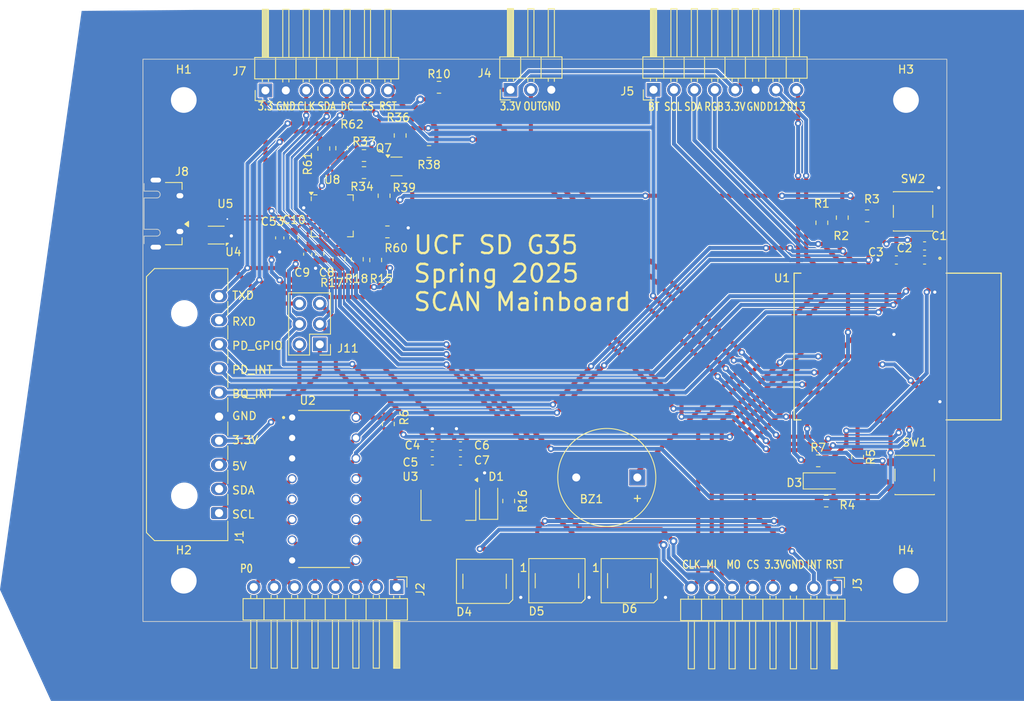
<source format=kicad_pcb>
(kicad_pcb (version 20240108) (generator "pcbnew") (generator_version "8.0")
  (title_block (title "SCAN") (date "2025-01-30") (rev "v1.0") (company "Jonah Sprandel"))
  (layers (0 "F.Cu" signal) (31 "B.Cu" signal) (34 "B.Paste" user) (35 "F.Paste" user) (36 "B.SilkS" user "B.Silkscreen") (37 "F.SilkS" user "F.Silkscreen") (38 "B.Mask" user) (39 "F.Mask" user) (44 "Edge.Cuts" user))
  (net 0 "")
  (net 1 "/RGB_1")
  (net 2 "/RGB_12")
  (net 3 "AGND")
  (net 4 "/RGB_23")
  (net 6 "/P2")
  (net 7 "/P4")
  (net 8 "/TFT_RESET_N")
  (net 9 "/P7")
  (net 10 "/P3")
  (net 11 "/P6")
  (net 12 "/P0")
  (net 13 "3.3V_SYS")
  (net 14 "/P5")
  (net 15 "/Auto Download/RTS")
  (net 16 "/Auto Download/DTR")
  (net 17 "/P1")
  (net 18 "/BQ25798_INT")
  (net 19 "/I2C_SDA")
  (net 20 "/I2C_SCL")
  (net 21 "/CHIP_PU")
  (net 22 "/KEYPAD_INT")
  (net 23 "/GPIO12_BREAKOUT")
  (net 24 "/GPIO13_BREAKOUT")
  (net 25 "/UART_RXD")
  (net 26 "/PD_GPIO")
  (net 27 "/SPI_MISO")
  (net 28 "/PD_INT")
  (net 29 "/UART_TXD")
  (net 30 "/PIR_OUT")
  (net 31 "/SPI_CLK")
  (net 33 "/BUZZER_PWM")
  (net 34 "/TFT_DC")
  (net 35 "/BOOT")
  (net 36 "/SPI_MOSI")
  (net 37 "/TFT_CS")
  (net 38 "Net-(Q7A-B1)")
  (net 39 "Net-(Q7B-B2)")
  (net 40 "Net-(Q7B-C2)")
  (net 41 "Net-(Q7A-C1)")
  (net 56 "/USB-to-UART Bridge/VDD")
  (net 59 "5V_SYS")
  (net 60 "Net-(D1-A)")
  (net 61 "/NFC_INT")
  (net 62 "/NFC_RST")
  (net 63 "/SPI_CS")
  (net 64 "/USB-to-UART Bridge/TXD")
  (net 65 "/USB-to-UART Bridge/RXD")
  (net 66 "/RGB_CTRL")
  (net 68 "/MICRO_USB_D-")
  (net 69 "/MICRO_USB_D+")
  (net 70 "/USB-to-UART Bridge/RST")
  (net 71 "/USB-to-UART Bridge/VBUS_SNS")
  (net 72 "Net-(R37-Pad2)")
  (net 73 "/USB-to-UART Bridge/SUSPEND")
  (net 74 "3.3V_LDO_OUT")
  (net 75 "VBUS")
  (net 76 "5V_PWR_BRD")
  (net 77 "3.3V_PWR_BRD")
  (footprint "LED_SMD:LED_WS2812B_PLCC4_5.0x5.0mm_P3.2mm" (layer "F.Cu") (at 148.35 127)
    (property "Reference" "D5")
    (property "Value" "FAILURE_LED")
  )
  (footprint "Resistor_SMD:R_0805_2012Metric" (layer "F.Cu") (at 127.38 107.4925 -90)
    (property "Reference" "R6")
    (property "Value" "10k")
  )
  (footprint "Connector_PinHeader_2.54mm:PinHeader_1x08_P2.54mm_Horizontal" (layer "F.Cu") (at 160.365 65.89 90)
    (property "Reference" "J5")
    (property "Value" "DEBUG_BREAKOUT")
  )
  (footprint "Resistor_SMD:R_0805_2012Metric" (layer "F.Cu") (at 127.2625 83.58)
    (property "Reference" "R60")
    (property "Value" "0Ω")
  )
  (footprint "Resistor_SMD:R_0805_2012Metric" (layer "F.Cu") (at 186.9375 81.58 180)
    (property "Reference" "R3")
    (property "Value" "10k")
  )
  (footprint "Buzzer_Beeper:Buzzer_12x9.5RM7.6" (layer "F.Cu") (at 158.35 114.15 180)
    (property "Reference" "BZ1")
    (property "Value" "Buzzer")
  )
  (footprint "Resistor_SMD:R_0805_2012Metric" (layer "F.Cu") (at 180.85 112.08)
    (property "Reference" "R7")
    (property "Value" "3.3k")
  )
  (footprint "MountingHole:MountingHole_3.2mm_M3_DIN965_Pad" (layer "F.Cu") (at 101.93 67.16)
    (property "Reference" "H1")
    (property "Value" "MountingHole_Pad")
  )
  (footprint "Resistor_SMD:R_0805_2012Metric" (layer "F.Cu") (at 121.58 73.16 90)
    (property "Reference" "R62")
    (property "Value" "0Ω")
  )
  (footprint "LED_SMD:LED_WS2812B_PLCC4_5.0x5.0mm_P3.2mm" (layer "F.Cu") (at 139.35 127.08)
    (property "Reference" "D4")
    (property "Value" "SUCCESS_LED")
  )
  (footprint "Resistor_SMD:R_0805_2012Metric" (layer "F.Cu") (at 183.845 81.81 -90)
    (property "Reference" "R2")
    (property "Value" "2.2k")
  )
  (footprint "Connector_USB:USB_Micro-AB_Molex_47590-0001" (layer "F.Cu") (at 98.1 81.305 -90)
    (property "Reference" "J8")
    (property "Value" "USB_B_Micro")
    (fp_line (start -3.75 1.1) (end -2.8 1.1) (stroke (width 0.1)) (layer "Edge.Cuts"))
    (fp_line (start -1.95 1.1) (end 1.95 1.1) (stroke (width 0.1)) (layer "Edge.Cuts"))
    (fp_line (start 2.8 1.1) (end 3.75 1.1) (stroke (width 0.1)) (layer "Edge.Cuts"))
    (fp_line (start -2.8 -0.475) (end -2.8 1.1) (stroke (width 0.1)) (layer "Edge.Cuts"))
    (fp_line (start -1.95 -0.475) (end -1.95 1.1) (stroke (width 0.1)) (layer "Edge.Cuts"))
    (fp_line (start 1.95 -0.475) (end 1.95 1.1) (stroke (width 0.1)) (layer "Edge.Cuts"))
    (fp_line (start 2.8 -0.475) (end 2.8 1.1) (stroke (width 0.1)) (layer "Edge.Cuts"))
    (fp_arc (start -2.8 -0.475) (mid -2.375 -0.9) (end -1.95 -0.475) (stroke (width 0.1)) (layer "Edge.Cuts"))
    (fp_arc (start 1.95 -0.475) (mid 2.375 -0.9) (end 2.8 -0.475) (stroke (width 0.1)) (layer "Edge.Cuts"))
  )
  (footprint "LED_SMD:LED_WS2812B_PLCC4_5.0x5.0mm_P3.2mm" (layer "F.Cu") (at 157.35 127)
    (property "Reference" "D6")
    (property "Value" "ADMIN_LED")
  )
  (footprint "SCAN_footprints:ESP32-C6-WROOM-1-N8" (layer "F.Cu") (at 190.73 97.85 -90)
    (property "Reference" "U1")
    (property "Value" "ESP32-C6-WROOM-1-N8")
  )
  (footprint "SCAN_footprints:DMY0003A" (layer "F.Cu") (at 106.724999 81.979999 180)
    (property "Reference" "U5")
    (property "Value" "ESD122DMYR" (hide yes))
  )
  (footprint "Resistor_SMD:R_0805_2012Metric" (layer "F.Cu") (at 133.68 65.58)
    (property "Reference" "R10")
    (property "Value" "10k")
  )
  (footprint "MountingHole:MountingHole_3.2mm_M3_DIN965_Pad" (layer "F.Cu") (at 191.77 127)
    (property "Reference" "H4")
    (property "Value" "MountingHole_Pad")
  )
  (footprint "Capacitor_SMD:C_0603_1608Metric" (layer "F.Cu") (at 115.646 84.305 -90)
    (property "Reference" "C10")
    (property "Value" "4.7u")
  )
  (footprint "SCAN_footprints:SW_SPST_PTS647_Sx38" (layer "F.Cu") (at 192.85 113.845)
    (property "Reference" "SW1")
    (property "Value" "RST_SWITCH")
  )
  (footprint "MountingHole:MountingHole_3.2mm_M3_DIN965_Pad" (layer "F.Cu") (at 191.77 67.16)
    (property "Reference" "H3")
    (property "Value" "MountingHole_Pad")
  )
  (footprint "Resistor_SMD:R_0805_2012Metric" (layer "F.Cu") (at 121.234 86.9925 90)
    (property "Reference" "R17")
    (property "Value" "47.5k")
  )
  (footprint "Diode_SMD:D_SOD-123" (layer "F.Cu") (at 181.35 114.58)
    (property "Reference" "D3")
    (property "Value" "1N4148W")
  )
  (footprint "Capacitor_SMD:C_0603_1608Metric" (layer "F.Cu") (at 117.35 86.355 -90)
    (property "Reference" "C9")
    (property "Value" "4.7u")
  )
  (footprint "Capacitor_SMD:C_0603_1608Metric" (layer "F.Cu") (at 113.868 84.328 -90)
    (property "Reference" "C53")
    (property "Value" ".1u")
  )
  (footprint "Connector_PinHeader_2.54mm:PinHeader_1x03_P2.54mm_Horizontal" (layer "F.Cu") (at 142.57 65.89 90)
    (property "Reference" "J4")
    (property "Value" "PIR_CONN")
  )
  (footprint "Resistor_SMD:R_0805_2012Metric" (layer "F.Cu") (at 181.305 82.445 -90)
    (property "Reference" "R1")
    (property "Value" "2.2k" (hide yes))
  )
  (footprint "Connector_PinHeader_2.54mm:PinHeader_1x08_P2.54mm_Horizontal" (layer "F.Cu") (at 182.85 127.865 -90)
    (property "Reference" "J3")
    (property "Value" "PN532_CONN")
  )
  (footprint "SCAN_footprints:DIP794W45P254L1969H508Q16" (layer "F.Cu") (at 119.38 115.58)
    (property "Reference" "U2")
    (property "Value" "PCF8574" (hide yes))
  )
  (footprint "Package_SON:WSON-6-1EP_2x2mm_P0.65mm_EP1x1.6mm" (layer "F.Cu") (at 105.9625 83.98 180)
    (property "Reference" "U4")
    (property "Value" "TVS2200DRV")
  )
  (footprint "Connector_PinHeader_2.54mm:PinHeader_1x07_P2.54mm_Horizontal" (layer "F.Cu") (at 112.085 65.97 90)
    (property "Reference" "J7")
    (property "Value" "TFT_CONN")
  )
  (footprint "Resistor_SMD:R_0805_2012Metric" (layer "F.Cu") (at 185.75 111.61 -90)
    (property "Reference" "R5")
    (property "Value" "10k")
  )
  (footprint "Capacitor_SMD:C_0603_1608Metric" (layer "F.Cu") (at 136.35 112.09)
    (property "Reference" "C7")
    (property "Value" "100nF")
  )
  (footprint "Connector_PinHeader_2.54mm:PinHeader_1x08_P2.54mm_Horizontal" (layer "F.Cu") (at 128.42 127.795 -90)
    (property "Reference" "J2")
    (property "Value" "KEYPAD_CONN")
  )
  (footprint "Resistor_SMD:R_0805_2012Metric" (layer "F.Cu") (at 126.85 79.08 -90)
    (property "Reference" "R39")
    (property "Value" "0Ω")
  )
  (footprint "Resistor_SMD:R_0805_2012Metric" (layer "F.Cu") (at 119.35 73.2 90)
    (property "Reference" "R61")
    (property "Value" "0Ω")
  )
  (footprint "Resistor_SMD:R_0805_2012Metric" (layer "F.Cu") (at 123.52 86.9925 -90)
    (property "Reference" "R18")
    (property "Value" "22.1k")
  )
  (footprint "Connector_Molex:Molex_Micro-Fit_3.0_43650-1000_1x10_P3.00mm_Horizontal" (layer "F.Cu") (at 106.32 118.58 90)
    (property "Reference" "J1")
    (property "Value" "Conn_01x10")
  )
  (footprint "LED_SMD:LED_1206_3216Metric" (layer "F.Cu") (at 139.85 117.08 90)
    (property "Reference" "D1")
    (property "Value" "LED")
  )
  (footprint "Resistor_SMD:R_0805_2012Metric" (layer "F.Cu") (at 125.806 87.08 90)
    (property "Reference" "R15")
    (property "Value" "1k")
  )
  (footprint "SCAN_footprints:SW_SPST_PTS647_Sx38" (layer "F.Cu") (at 192.65 81.026)
    (property "Reference" "SW2")
    (property "Value" "SW_Push")
  )
  (footprint "Package_DFN_QFN:QFN-28-1EP_5x5mm_P0.5mm_EP3.35x3.35mm" (layer "F.Cu") (at 120.4 81.58)
    (property "Reference" "U8")
    (property "Value" "CP2102N-A02-xQFN28")
  )
  (footprint "Resistor_SMD:R_0805_2012Metric" (layer "F.Cu") (at 181.85 117.08)
    (property "Reference" "R4")
    (property "Value" "10k")
  )
  (footprint "Resistor_SMD:R_0805_2012Metric" (layer "F.Cu") (at 128.85 71.58 90)
    (property "Reference" "R36")
    (property "Value" "0Ω")
  )
  (footprint "Capacitor_SMD:C_0603_1608Metric" (layer "F.Cu") (at 190.576 87.08 180)
    (property "Reference" "C3")
    (property "Value" "1u")
  )
  (footprint "Capacitor_SMD:C_0603_1608Metric" (layer "F.Cu") (at 132.85 110.236)
    (property "Reference" "C4")
    (property "Value" "10uF")
  )
  (footprint "MountingHole:MountingHole_3.2mm_M3_DIN965_Pad" (layer "F.Cu") (at 101.93 127)
    (property "Reference" "H2")
    (property "Value" "MountingHole_Pad")
  )
  (footprint "Resistor_SMD:R_0805_2012Metric" (layer "F.Cu") (at 124.35 74.08 180)
    (property "Reference" "R37")
    (property "Value" "10k")
  )
  (footprint "Resistor_SMD:R_0805_2012Metric" (layer "F.Cu") (at 124.35 76.2)
    (property "Reference" "R34")
    (property "Value" "10k")
  )
  (footprint "Package_TO_SOT_SMD:SOT-223-3_TabPin2" (layer "F.Cu") (at 134.85 117.58 -90)
    (property "Reference" "U3")
    (property "Value" "AMS1117-3.3")
  )
  (footprint "Resistor_SMD:R_0805_2012Metric" (layer "F.Cu") (at 132.4375 73.58 180)
    (property "Reference" "R38")
    (property "Value" "0Ω")
  )
  (footprint "Resistor_SMD:R_0805_2012Metric" (layer "F.Cu") (at 142.35 117.08 90)
    (property "Reference" "R16")
    (property "Value" "120")
  )
  (footprint "Package_TO_SOT_SMD:SOT-363_SC-70-6" (layer "F.Cu") (at 128.4 75.43)
    (property "Reference" "Q7")
    (property "Value" "BC847BDW1")
  )
  (footprint "Capacitor_SMD:C_0603_1608Metric" (layer "F.Cu") (at 118.85 86.355 -90)
    (property "Reference" "C8")
    (property "Value" ".1u")
  )
  (footprint "Capacitor_SMD:C_0603_1608Metric" (layer "F.Cu") (at 132.85 112.08)
    (property "Reference" "C5")
    (property "Value" "100nF")
  )
  (footprint "Capacitor_SMD:C_0603_1608Metric" (layer "F.Cu") (at 136.35 110.236)
    (property "Reference" "C6")
    (property "Value" "10uF")
  )
  (footprint "Connector_PinHeader_2.54mm:PinHeader_2x03_P2.54mm_Vertical" (layer "F.Cu") (at 118.85 97.58 180)
    (property "Reference" "J11")
    (property "Value" "PWR_MUX")
  )
  (footprint "Capacitor_SMD:C_0603_1608Metric" (layer "F.Cu") (at 194.084 85.33)
    (property "Reference" "C1")
    (property "Value" "10u")
  )
  (footprint "Capacitor_SMD:C_0603_1608Metric" (layer "F.Cu") (at 194.084 87.08)
    (property "Reference" "C2")
    (property "Value" "0.1u")
  )
  (gr_rect (start 96.85 62.08) (end 196.85 132.08) (stroke (width 0.1)) (fill none) (layer "Edge.Cuts"))
  (gr_text "3.3V" (at 142.57 67.945 0) (layer "F.SilkS") (effects (font (size 1 0.8))))
  (gr_text "OUT" (at 145.35 67.945 0) (layer "F.SilkS") (effects (font (size 1 0.8))))
  (gr_text "GND" (at 171.85 68.58 0) (layer "F.SilkS") (effects (font (size 1 0.8)) (justify left bottom)))
  (gr_text "5V" (at 107.85 113.33 0) (layer "F.SilkS") (effects (font (size 1 1)) (justify left bottom)))
  (gr_text "SDA" (at 164.1 68.58 0) (layer "F.SilkS") (effects (font (size 1 0.8)) (justify left bottom)))
  (gr_text "P0" (at 108.85 126.08 0) (layer "F.SilkS") (effects (font (size 1 0.8)) (justify left bottom)))
  (gr_text "D13" (at 176.85 68.58 0) (layer "F.SilkS") (effects (font (size 1 0.8)) (justify left bottom)))
  (gr_text "3.3V" (at 107.85 110.08 0) (layer "F.SilkS") (effects (font (size 1 1)) (justify left bottom)))
  (gr_text "3.3" (at 112.09 67.945 0) (layer "F.SilkS") (effects (font (size 1 0.8))))
  (gr_text "3.3V" (at 169.1 68.58 0) (layer "F.SilkS") (effects (font (size 1 0.8)) (justify left bottom)))
  (gr_text "INT" (at 179.35 125.58 0) (layer "F.SilkS") (effects (font (size 1 0.8)) (justify left bottom)))
  (gr_text "RGB" (at 166.6 68.58 0) (layer "F.SilkS") (effects (font (size 1 0.8)) (justify left bottom)))
  (gr_text "SCL" (at 107.85 119.33 0) (layer "F.SilkS") (effects (font (size 1 1)) (justify left bottom)))
  (gr_text "PD_INT" (at 107.85 101.33 0) (layer "F.SilkS") (effects (font (size 1 1)) (justify left bottom)))
  (gr_text "MO" (at 169.35 125.58 0) (layer "F.SilkS") (effects (font (size 1 0.8)) (justify left bottom)))
  (gr_text "BQ_INT" (at 107.85 104.33 0) (layer "F.SilkS") (effects (font (size 1 1)) (justify left bottom)))
  (gr_text "MI" (at 166.85 125.58 0) (layer "F.SilkS") (effects (font (size 1 0.8)) (justify left bottom)))
  (gr_text "RXD" (at 107.85 95.33 0) (layer "F.SilkS") (effects (font (size 1 1)) (justify left bottom)))
  (gr_text "PD_GPIO" (at 107.85 98.33 0) (layer "F.SilkS") (effects (font (size 1 1)) (justify left bottom)))
  (gr_text "TXD" (at 107.85 92.08 0) (layer "F.SilkS") (effects (font (size 1 1)) (justify left bottom)))
  (gr_text "UCF SD G35\nSpring 2025\nSCAN Mainboard" (at 130.35 93.58 0) (layer "F.SilkS") (effects (font (size 2.2 2.2) (thickness 0.3) (bold yes)) (justify left bottom)))
  (gr_text "CS" (at 171.85 125.58 0) (layer "F.SilkS") (effects (font (size 1 0.8)) (justify left bottom)))
  (gr_text "SDA" (at 119.71 67.945 0) (layer "F.SilkS") (effects (font (size 1 0.8))))
  (gr_text "GND" (at 176.606 125.58 0) (layer "F.SilkS") (effects (font (size 1 0.8)) (justify left bottom)))
  (gr_text "GND" (at 114.63 67.945 0) (layer "F.SilkS") (effects (font (size 1 0.8))))
  (gr_text "CLK" (at 117.17 67.945 0) (layer "F.SilkS") (effects (font (size 1 0.8))))
  (gr_text "RST" (at 127.33 67.945 0) (layer "F.SilkS") (effects (font (size 1 0.8))))
  (gr_text "SCL" (at 161.6 68.58 0) (layer "F.SilkS") (effects (font (size 1 0.8)) (justify left bottom)))
  (gr_text "D12" (at 174.35 68.58 0) (layer "F.SilkS") (effects (font (size 1 0.8)) (justify left bottom)))
  (gr_text "DC" (at 122.25 67.945 0) (layer "F.SilkS") (effects (font (size 1 0.8))))
  (gr_text "CLK" (at 163.85 125.58 0) (layer "F.SilkS") (effects (font (size 1 0.8)) (justify left bottom)))
  (gr_text "BT" (at 159.6 68.58 0) (layer "F.SilkS") (effects (font (size 1 0.8)) (justify left bottom)))
  (gr_text "SDA" (at 107.85 116.33 0) (layer "F.SilkS") (effects (font (size 1 1)) (justify left bottom)))
  (gr_text "GND" (at 107.85 107.08 0) (layer "F.SilkS") (effects (font (size 1 1)) (justify left bottom)))
  (gr_text "GND" (at 147.6 67.945 0) (layer "F.SilkS") (effects (font (size 1 0.8))))
  (gr_text "RST" (at 181.686 125.58 0) (layer "F.SilkS") (effects (font (size 1 0.8)) (justify left bottom)))
  (gr_text "3.3V" (at 174.066 125.58 0) (layer "F.SilkS") (effects (font (size 1 0.8)) (justify left bottom)))
  (gr_text "CS" (at 124.79 67.945 0) (layer "F.SilkS") (effects (font (size 1 0.8))))
  (segment (start 179.1925 120.65) (end 182.7625 117.08) (width 0.5) (layer "F.Cu") (net 1))
  (segment (start 139.41 123.04) (end 138.76 123.04) (width 0.5) (layer "F.Cu") (net 1))
  (segment (start 182.7625 114.8175) (end 183 114.58) (width 0.5) (layer "F.Cu") (net 1))
  (segment (start 141.8 125.43) (end 139.41 123.04) (width 0.5) (layer "F.Cu") (net 1))
  (segment (start 176.35 120.65) (end 179.1925 120.65) (width 0.5) (layer "F.Cu") (net 1))
  (segment (start 182.7625 117.08) (end 182.7625 114.8175) (width 0.5) (layer "F.Cu") (net 1))
  (via (at 176.35 120.65) (size 0.8) (drill 0.4) (layers "F.Cu" "B.Cu") (net 1))
  (via (at 138.76 123.04) (size 0.8) (drill 0.4) (layers "F.Cu" "B.Cu") (net 1))
  (segment (start 141.15 120.65) (end 138.76 123.04) (width 0.5) (layer "B.Cu") (net 1))
  (segment (start 176.35 120.65) (end 141.15 120.65) (width 0.5) (layer "B.Cu") (net 1))
  (segment (start 138.122 127.508) (end 145.618 127.508) (width 0.5) (layer "F.Cu") (net 2))
  (segment (start 147.776 125.35) (end 150.8 125.35) (width 0.5) (layer "F.Cu") (net 2))
  (segment (start 136.9 128.73) (end 138.122 127.508) (width 0.5) (layer "F.Cu") (net 2))
  (segment (start 145.618 127.508) (end 147.776 125.35) (width 0.5) (layer "F.Cu") (net 2))
  (segment (start 137.125 109.355) (end 135.85 108.08) (width 0.5) (layer "F.Cu") (net 3))
  (segment (start 116.85 80.58) (end 117.35 81.08) (width 0.25) (layer "F.Cu") (net 3))
  (segment (start 137.15 114.43) (end 137.15 112.115) (width 0.5) (layer "F.Cu") (net 3))
  (segment (start 133.625 110.236) (end 133.625 108.855) (width 0.5) (layer "F.Cu") (net 3))
  (segment (start 189.801 87.08) (end 188.29 87.08) (width 0.5) (layer "F.Cu") (net 3))
  (segment (start 113.868 85.103) (end 113.868 86.062) (width 0.5) (layer "F.Cu") (net 3))
  (segment (start 194.859 87.08) (end 195.91 88.131) (width 0.5) (layer "F.Cu") (net 3))
  (segment (start 159.8 128.65) (end 161.42 128.65) (width 0.5) (layer "F.Cu") (net 3))
  (segment (start 151.92 128.65) (end 152.35 129.08) (width 0.5) (layer "F.Cu") (net 3))
  (segment (start 195.99 89.1) (end 195.99 90.44) (width 0.5) (layer "F.Cu") (net 3))
  (segment (start 137.125 111.08) (end 137.125 109.355) (width 0.5) (layer "F.Cu") (net 3))
  (segment (start 101.125 79.405) (end 101.45 79.08) (width 0.5) (layer "F.Cu") (net 3))
  (segment (start 120.459 87.13) (end 121.234 87.905) (width 0.5) (layer "F.Cu") (net 3))
  (segment (start 138.5 114.43) (end 139.35 113.58) (width 0.5) (layer "F.Cu") (net 3))
  (segment (start 118.325 88.105) (end 117.35 87.13) (width 0.5) (layer "F.Cu") (net 3))
  (segment (start 137.15 112.115) (end 137.125 112.09) (width 0.5) (layer "F.Cu") (net 3))
  (segment (start 106.85 83.33) (end 106.85 83.98) (width 0.5) (layer "F.Cu") (net 3))
  (segment (start 195.99 106.6) (end 195.99 104.72) (width 0.5) (layer "F.Cu") (net 3))
  (segment (start 195.475 112.245) (end 195.99 111.73) (width 0.5) (layer "F.Cu") (net 3))
  (segment (start 194.859 87.08) (end 194.859 85.33) (width 0.5) (layer "F.Cu") (net 3))
  (segment (start 143.5 128.73) (end 143.85 129.08) (width 0.5) (layer "F.Cu") (net 3))
  (segment (start 137.125 112.09) (end 137.125 111.08) (width 0.5) (layer "F.Cu") (net 3))
  (segment (start 106.85 83.98) (end 105.9625 83.98) (width 0.5) (layer "F.Cu") (net 3))
  (segment (start 106.85 83.98) (end 106.85 84.63) (width 0.5) (layer "F.Cu") (net 3))
  (segment (start 141.8 128.73) (end 143.5 128.73) (width 0.5) (layer "F.Cu") (net 3))
  (segment (start 137.15 115.78) (end 139.85 118.48) (width 0.5) (layer "F.Cu") (net 3))
  (segment (start 113.868 86.062) (end 113.85 86.08) (width 0.5) (layer "F.Cu") (net 3))
  (segment (start 117.35 81.08) (end 117.95 81.08) (width 0.25) (layer "F.Cu") (net 3))
  (segment (start 137.15 114.43) (end 138.5 114.43) (width 0.5) (layer "F.Cu") (net 3))
  (segment (start 195.275 79.426) (end 195.85 78.851) (width 0.5) (layer "F.Cu") (net 3))
  (segment (start 107.75 83.98) (end 107.85 84.08) (width 0.5) (layer "F.Cu") (net 3))
  (segment (start 118.85 87.13) (end 120.459 87.13) (width 0.5) (layer "F.Cu") (net 3))
  (segment (start 150.8 128.65) (end 151.92 128.65) (width 0.5) (layer "F.Cu") (net 3))
  (segment (start 129.35 83.58) (end 129.85 83.08) (width 0.5) (layer "F.Cu") (net 3))
  (segment (start 133.625 112.08) (end 133.625 110.236) (width 0.5) (layer "F.Cu") (net 3))
  (segment (start 195.91 88.131) (end 195.91 89.02) (width 0.5) (layer "F.Cu") (net 3))
  (segment (start 106.85 83.98) (end 107.75 83.98) (width 0.5) (layer "F.Cu") (net 3))
  (segment (start 128.175 83.58) (end 129.35 83.58) (width 0.5) (layer "F.Cu") (net 3))
  (segment (start 101.125 80.005) (end 101.125 79.405) (width 0.5) (layer "F.Cu") (net 3))
  (segment (start 115.623 85.103) (end 115.646 85.08) (width 0.5) (layer "F.Cu") (net 3))
  (segment (start 195.99 111.73) (end 195.99 106.6) (width 0.5) (layer "F.Cu") (net 3))
  (segment (start 133.625 108.855) (end 132.85 108.08) (width 0.5) (layer "F.Cu") (net 3))
  (segment (start 190.225 112.245) (end 195.475 112.245) (width 0.5) (layer "F.Cu") (net 3))
  (segment (start 195.85 78.851) (end 195.85 78.08) (width 0.5) (layer "F.Cu") (net 3))
  (segment (start 195.91 89.02) (end 195.99 89.1) (width 0.5) (layer "F.Cu") (net 3))
  (segment (start 107.35 81.979999) (end 106.85 81.979999) (width 0.25) (layer "F.Cu") (net 3))
  (segment (start 99.75 80.005) (end 101.125 80.005) (width 0.5) (layer "F.Cu") (net 3))
  (segment (start 195.99 90.44) (end 195.35 91.08) (width 0.5) (layer "F.Cu") (net 3))
  (segment (start 113.868 85.103) (end 115.623 85.103) (width 0.5) (layer "F.Cu") (net 3))
  (segment (start 190.025 79.426) (end 195.275 79.426) (width 0.5) (layer "F.Cu") (net 3))
  (segment (start 161.42 128.65) (end 161.85 129.08) (width 0.5) (layer "F.Cu") (net 3))
  (segment (start 98.45 81.305) (end 99.75 80.005) (width 0.5) (layer "F.Cu") (net 3))
  (segment (start 117.95 81.08) (end 119.9 81.08) (width 0.25) (layer "F.Cu") (net 3))
  (segment (start 137.15 114.43) (end 137.15 115.78) (width 0.5) (layer "F.Cu") (net 3))
  (segment (start 119.9 81.08) (end 120.4 81.58) (width 0.25) (layer "F.Cu") (net 3))
  (segment (start 137.125 111.08) (end 137.125 110.236) (width 0.5) (layer "F.Cu") (net 3))
  (segment (start 117.35 87.13) (end 118.85 87.13) (width 0.5) (layer "F.Cu") (net 3))
  (via (at 116.85 80.58) (size 0.8) (drill 0.4) (layers "F.Cu" "B.Cu") (net 3))
  (via (at 118.325 88.105) (size 0.8) (drill 0.4) (layers "F.Cu" "B.Cu") (net 3))
  (via (at 190.27 96.345) (size 0.8) (drill 0.4) (layers "F.Cu" "B.Cu") (net 3))
  (via (at 195.99 104.72) (size 0.8) (drill 0.4) (layers "F.Cu" "B.Cu") (net 3))
  (via (at 195.85 78.08) (size 0.8) (drill 0.4) (layers "F.Cu" "B.Cu") (net 3))
  (via (at 139.35 113.58) (size 0.8) (drill 0.4) (layers "F.Cu" "B.Cu") (net 3))
  (via (at 161.85 129.08) (size 0.8) (drill 0.4) (layers "F.Cu" "B.Cu") (net 3))
  (via (at 135.85 108.08) (size 0.8) (drill 0.4) (layers "F.Cu" "B.Cu") (net 3))
  (via (at 188.29 87.08) (size 0.8) (drill 0.4) (layers "F.Cu" "B.Cu") (net 3))
  (via (at 107.35 81.979999) (size 0.5) (drill 0.2) (layers "F.Cu" "B.Cu") (net 3))
  (via (at 132.85 108.08) (size 0.8) (drill 0.4) (layers "F.Cu" "B.Cu") (net 3))
  (via (at 143.85 129.08) (size 0.8) (drill 0.4) (layers "F.Cu" "B.Cu") (net 3))
  (via (at 195.35 91.08) (size 0.8) (drill 0.4) (layers "F.Cu" "B.Cu") (net 3))
  (via (at 113.85 86.08) (size 0.8) (drill 0.4) (layers "F.Cu" "B.Cu") (net 3))
  (via (at 107.85 84.08) (size 0.8) (drill 0.4) (layers "F.Cu" "B.Cu") (net 3))
  (via (at 129.85 83.08) (size 0.8) (drill 0.4) (layers "F.Cu" "B.Cu") (net 3))
  (via (at 152.35 129.08) (size 0.8) (drill 0.4) (layers "F.Cu" "B.Cu") (net 3))
  (segment (start 145.9 128.65) (end 147.47 127.08) (width 0.5) (layer "F.Cu") (net 4))
  (segment (start 147.47 127.08) (end 158.07 127.08) (width 0.5) (layer "F.Cu") (net 4))
  (segment (start 158.07 127.08) (end 159.8 125.35) (width 0.5) (layer "F.Cu") (net 4))
  (segment (start 114.395 120.405) (end 114.395 126.62) (width 0.5) (layer "F.Cu") (net 6))
  (segment (start 114.395 126.62) (end 115.57 127.795) (width 0.5) (layer "F.Cu") (net 6))
  (segment (start 115.41 119.39) (end 114.395 120.405) (width 0.5) (layer "F.Cu") (net 6))
  (segment (start 120.8 127.02) (end 123.35 124.47) (width 0.5) (layer "F.Cu") (net 7))
  (segment (start 120.8 127.795) (end 120.8 127.02) (width 0.5) (layer "F.Cu") (net 7))
  (segment (start 184.56 105.3507) (end 181.7893 102.58) (width 0.5) (layer "F.Cu") (net 8))
  (segment (start 170.35 99.58) (end 170.35 99.466156) (width 0.5) (layer "F.Cu") (net 8))
  (segment (start 132.7675 65.58) (end 127.715 65.58) (width 0.5) (layer "F.Cu") (net 8))
  (segment (start 170.35 99.466156) (end 138.963844 68.08) (width 0.5) (layer "F.Cu") (net 8))
  (segment (start 129.435 68.08) (end 127.325 65.97) (width 0.5) (layer "F.Cu") (net 8))
  (segment (start 138.963844 68.08) (end 129.435 68.08) (width 0.5) (layer "F.Cu") (net 8))
  (segment (start 127.715 65.58) (end 127.325 65.97) (width 0.5) (layer "F.Cu") (net 8))
  (segment (start 184.56 106.6) (end 184.56 105.3507) (width 0.5) (layer "F.Cu") (net 8))
  (segment (start 181.7893 102.58) (end 178.85 102.58) (width 0.5) (layer "F.Cu") (net 8))
  (via (at 170.35 99.58) (size 0.8) (drill 0.4) (layers "F.Cu" "B.Cu") (net 8))
  (via (at 178.85 102.58) (size 0.8) (drill 0.4) (layers "F.Cu" "B.Cu") (net 8))
  (segment (start 178.85 102.58) (end 174.251156 102.58) (width 0.5) (layer "B.Cu") (net 8))
  (segment (start 171.251156 99.58) (end 170.35 99.58) (width 0.5) (layer "B.Cu") (net 8))
  (segment (start 174.251156 102.58) (end 171.251156 99.58) (width 0.5) (layer "B.Cu") (net 8))
  (segment (start 128.27 118.27) (end 128.27 127.795) (width 0.5) (layer "F.Cu") (net 9))
  (segment (start 123.35 116.85) (end 126.85 116.85) (width 0.5) (layer "F.Cu") (net 9))
  (segment (start 126.85 116.85) (end 128.27 118.27) (width 0.5) (layer "F.Cu") (net 9))
  (segment (start 118.26 127.795) (end 118.26 124.78) (width 0.5) (layer "F.Cu") (net 10))
  (segment (start 118.26 124.78) (end 115.41 121.93) (width 0.5) (layer "F.Cu") (net 10))
  (segment (start 123.35 119.39) (end 125.73 121.77) (width 0.5) (layer "F.Cu") (net 11))
  (segment (start 125.73 121.77) (end 125.73 127.795) (width 0.5) (layer "F.Cu") (net 11))
  (segment (start 113.64 116.82) (end 111.88 118.58) (width 0.5) (layer "F.Cu") (net 12))
  (segment (start 113.64 116.08) (end 113.64 116.82) (width 0.5) (layer "F.Cu") (net 12))
  (segment (start 111.88 126.405) (end 110.49 127.795) (width 0.5) (layer "F.Cu") (net 12))
  (segment (start 115.41 114.31) (end 113.64 116.08) (width 0.5) (layer "F.Cu") (net 12))
  (segment (start 111.88 118.58) (end 111.88 126.405) (width 0.5) (layer "F.Cu") (net 12))
  (segment (start 181.7625 112.08) (end 185.3075 112.08) (width 0.5) (layer "F.Cu") (net 13))
  (segment (start 112.85 80.978) (end 112.085 80.213) (width 0.5) (layer "F.Cu") (net 13))
  (segment (start 191.9555 84.582) (end 192.561 84.582) (width 0.5) (layer "F.Cu") (net 13))
  (segment (start 189.35 85.08) (end 187.85 83.58) (width 0.5) (layer "F.Cu") (net 13))
  (segment (start 112.085 80.213) (end 112.085 65.97) (width 0.5) (layer "F.Cu") (net 13))
  (segment (start 140.99 65.58) (end 141.3 65.89) (width 0.5) (layer "F.Cu") (net 13))
  (segment (start 183.845 81.006138) (end 183.845 80.8975) (width 0.5) (layer "F.Cu") (net 13))
  (segment (start 185.75 121.135) (end 185.75 112.5225) (width 0.5) (layer "F.Cu") (net 13))
  (segment (start 192.561 84.582) (end 193.309 85.33) (width 0.5) (layer "F.Cu") (net 13))
  (segment (start 131.35 67.08) (end 133.35 67.08) (width 0.5) (layer "F.Cu") (net 13))
  (segment (start 175.23 125.685) (end 176.085 124.83) (width 0.5) (layer "F.Cu") (net 13))
  (segment (start 193.309 85.33) (end 193.309 87.08) (width 0.5) (layer "F.Cu") (net 13))
  (segment (start 123.35 103.08) (end 123.35 106.69) (width 0.5) (layer "F.Cu") (net 13))
  (segment (start 134.5925 65.58) (end 140.99 65.58) (width 0.5) (layer "F.Cu") (net 13))
  (segment (start 182.055 124.83) (end 185.75 121.135) (width 0.5) (layer "F.Cu") (net 13))
  (segment (start 118.85 95.04) (end 120.85 97.04) (width 0.5) (layer "F.Cu") (net 13))
  (segment (start 194.573 90.857) (end 194.35 91.08) (width 0.5) (layer "F.Cu") (net 13))
  (segment (start 183.845 69.751522) (end 183.845 80.8975) (width 0.5) (layer "F.Cu") (net 13))
  (segment (start 181.305 81.5325) (end 183.21 81.5325) (width 0.5) (layer "F.Cu") (net 13))
  (segment (start 170.525 65.89) (end 171.825 64.59) (width 0.5) (layer "F.Cu") (net 13))
  (segment (start 187.85 83.58) (end 187.85 81.58) (width 0.5) (layer "F.Cu") (net 13))
  (segment (start 178.683478 64.59) (end 183.845 69.751522) (width 0.5) (layer "F.Cu") (net 13))
  (segment (start 182.275 112.08) (end 184.35 110.005) (width 0.5) (layer "F.Cu") (net 13))
  (segment (start 194.72 89.1) (end 194.573 89.247) (width 0.5) (layer "F.Cu") (net 13))
  (segment (start 141.3 65.89) (end 142.57 65.89) (width 0.5) (layer "F.Cu") (net 13))
  (segment (start 123.35 106.69) (end 127.27 106.69) (width 0.5) (layer "F.Cu") (net 13))
  (segment (start 120.85 100.58) (end 123.35 103.08) (width 0.5) (layer "F.Cu") (net 13))
  (segment (start 176.085 124.83) (end 182.055 124.83) (width 0.5) (layer "F.Cu") (net 13))
  (segment (start 171.825 64.59) (end 178.683478 64.59) (width 0.5) (layer "F.Cu") (net 13))
  (segment (start 184.35 110.005) (end 184.35 108.33) (width 0.5) (layer "F.Cu") (net 13))
  (segment (start 194.573 89.247) (end 194.573 90.857) (width 0.5) (layer "F.Cu") (net 13))
  (segment (start 187.85 83.58) (end 186.418862 83.58) (width 0.5) (layer "F.Cu") (net 13))
  (segment (start 134.5925 65.8375) (end 134.5925 65.58) (width 0.5) (layer "F.Cu") (net 13))
  (segment (start 133.35 67.08) (end 134.5925 65.8375) (width 0.5) (layer "F.Cu") (net 13))
  (segment (start 120.85 97.04) (end 120.85 100.58) (width 0.5) (layer "F.Cu") (net 13))
  (segment (start 175.23 127.865) (end 175.23 125.685) (width 0.5) (layer "F.Cu") (net 13))
  (segment (start 186.418862 83.58) (end 183.845 81.006138) (width 0.5) (layer "F.Cu") (net 13))
  (segment (start 183.21 81.5325) (end 183.845 80.8975) (width 0.5) (layer "F.Cu") (net 13))
  (segment (start 185.3075 112.08) (end 185.75 112.5225) (width 0.5) (layer "F.Cu") (net 13))
  (segment (start 194.72 89.1) (end 194.72 88.491) (width 0.5) (layer "F.Cu") (net 13))
  (segment (start 181.7625 112.08) (end 182.275 112.08) (width 0.5) (layer "F.Cu") (net 13))
  (segment (start 127.27 106.69) (end 127.38 106.58) (width 0.5) (layer "F.Cu") (net 13))
  (segment (start 194.72 88.491) (end 193.309 87.08) (width 0.5) (layer "F.Cu") (net 13))
  (via (at 112.85 80.978) (size 0.8) (drill 0.4) (layers "F.Cu" "B.Cu") (net 13))
  (via (at 191.9555 84.582) (size 0.8) (drill 0.4) (layers "F.Cu" "B.Cu") (net 13))
  (via (at 131.35 67.08) (size 1) (drill 0.5) (layers "F.Cu" "B.Cu") (net 13))
  (via (at 189.35 85.08) (size 0.8) (drill 0.4) (layers "F.Cu" "B.Cu") (net 13))
  (via (at 194.35 91.08) (size 0.8) (drill 0.4) (layers "F.Cu" "B.Cu") (net 13))
  (via (at 184.35 108.33) (size 0.8) (drill 0.4) (layers "F.Cu" "B.Cu") (net 13))
  (segment (start 112.85 81.205) (end 120.35 88.705) (width 0.5) (layer "B.Cu") (net 13))
  (segment (start 120.35 93.54) (end 118.85 95.04) (width 0.5) (layer "B.Cu") (net 13))
  (segment (start 187.1 108.303) (end 187.073 108.33) (width 0.5) (layer "B.Cu") (net 13))
  (segment (start 131.35 67.08) (end 130.35 68.08) (width 0.5) (layer "B.Cu") (net 13))
  (segment (start 168.215 63.58) (end 170.525 65.89) (width 0.5) (layer "B.Cu") (net 13))
  (segment (start 191.9555 84.582) (end 189.848 84.582) (width 0.5) (layer "B.Cu") (net 13))
  (segment (start 144.88 63.58) (end 168.215 63.58) (width 0.5) (layer "B.Cu") (net 13))
  (segment (start 187.225844 108.303) (end 194.35 101.178844) (width 0.5) (layer "B.Cu") (net 13))
  (segment (start 130.35 68.08) (end 113.01 68.08) (width 0.5) (layer "B.Cu") (net 13))
  (segment (start 187.073 108.33) (end 184.35 108.33) (width 0.5) (layer "B.Cu") (net 13))
  (segment (start 112.09 67.16) (end 112.09 65.89) (width 0.5) (layer "B.Cu") (net 13))
  (segment (start 142.57 65.89) (end 144.88 63.58) (width 0.5) (layer "B.Cu") (net 13))
  (segment (start 187.1 108.303) (end 187.225844 108.303) (width 0.5) (layer "B.Cu") (net 13))
  (segment (start 194.35 101.178844) (end 194.35 91.08) (width 0.5) (layer "B.Cu") (net 13))
  (segment (start 113.01 68.08) (end 112.09 67.16) (width 0.5) (layer "B.Cu") (net 13))
  (segment (start 112.85 80.978) (end 112.85 81.205) (width 0.5) (layer "B.Cu") (net 13))
  (segment (start 189.848 84.582) (end 189.35 85.08) (width 0.5) (layer "B.Cu") (net 13))
  (segment (start 120.35 88.705) (end 120.35 93.54) (width 0.5) (layer "B.Cu") (net 13))
  (segment (start 123.35 121.93) (end 124.365 122.945) (width 0.5) (layer "F.Cu") (net 14))
  (segment (start 124.365 126.62) (end 123.19 127.795) (width 0.5) (layer "F.Cu") (net 14))
  (segment (start 124.365 122.945) (end 124.365 126.62) (width 0.5) (layer "F.Cu") (net 14))
  (segment (start 125.85 81.58) (end 124.35 80.08) (width 0.5) (layer "F.Cu") (net 15))
  (segment (start 120.9 78.6175) (end 123.3175 76.2) (width 0.25) (layer "F.Cu") (net 15))
  (segment (start 123.4375 77.6675) (end 123.4375 76.2) (width 0.5) (layer "F.Cu") (net 15))
  (segment (start 129.35 76.08) (end 130.35 77.08) (width 0.5) (layer "F.Cu") (net 15))
  (segment (start 128.85 81.58) (end 125.85 81.58) (width 0.5) (layer "F.Cu") (net 15))
  (segment (start 130.35 80.08) (end 128.85 81.58) (width 0.5) (layer "F.Cu") (net 15))
  (segment (start 123.3175 76.2) (end 123.4375 76.2) (width 0.25) (layer "F.Cu") (net 15))
  (segment (start 120.9 79.13) (end 120.9 78.6175) (width 0.25) (layer "F.Cu") (net 15))
  (segment (start 130.35 77.08) (end 130.35 80.08) (width 0.5) (layer "F.Cu") (net 15))
  (segment (start 124.35 78.58) (end 123.4375 77.6675) (width 0.5) (layer "F.Cu") (net 15))
  (segment (start 124.35 80.08) (end 124.35 78.58) (width 0.5) (layer "F.Cu") (net 15))
  (segment (start 118.9 78.03) (end 119.1 77.83) (width 0.25) (layer "F.Cu") (net 16))
  (segment (start 118.9 79.13) (end 118.9 78.03) (width 0.25) (layer "F.Cu") (net 16))
  (segment (start 125.6045 74.422) (end 125.2625 74.08) (width 0.5) (layer "F.Cu") (net 16))
  (segment (start 125.2625 74.08) (end 125.2625 72.6675) (width 0.5) (layer "F.Cu") (net 16))
  (segment (start 127.092 74.422) (end 125.6045 74.422) (width 0.5) (layer "F.Cu") (net 16))
  (segment (start 127.45 74.78) (end 127.092 74.422) (width 0.25) (layer "F.Cu") (net 16))
  (segment (start 125.2625 72.6675) (end 125.35 72.58) (width 0.5) (layer "F.Cu") (net 16))
  (via (at 119.1 77.83) (size 0.8) (drill 0.4) (layers "F.Cu" "B.Cu") (net 16))
  (via (at 125.35 72.58) (size 0.8) (drill 0.4) (layers "F.Cu" "B.Cu") (net 16))
  (segment (start 123.35 72.58) (end 119.1 76.83) (width 0.5) (layer "B.Cu") (net 16))
  (segment (start 119.1 76.83) (end 119.1 77.83) (width 0.5) (layer "B.Cu") (net 16))
  (segment (start 125.35 72.58) (end 123.35 72.58) (width 0.5) (layer "B.Cu") (net 16))
  (segment (start 113.03 119.23) (end 113.03 127.795) (width 0.5) (layer "F.Cu") (net 17))
  (segment (start 115.41 116.85) (end 113.03 119.23) (width 0.5) (layer "F.Cu") (net 17))
  (segment (start 188.35 93.58) (end 189.35 92.58) (width 0.5) (layer "F.Cu") (net 18))
  (segment (start 189.35 89.39) (end 189.64 89.1) (width 0.5) (layer "F.Cu") (net 18))
  (segment (start 189.35 92.58) (end 189.35 89.39) (width 0.5) (layer "F.Cu") (net 18))
  (via (at 188.35 93.58) (size 0.8) (drill 0.4) (layers "F.Cu" "B.Cu") (net 18))
  (segment (start 164.35 103.58) (end 106.32 103.58) (width 0.5) (layer "B.Cu") (net 18))
  (segment (start 188.35 93.58) (end 174.35 93.58) (width 0.5) (layer "B.Cu") (net 18))
  (segment (start 174.35 93.58) (end 164.35 103.58) (width 0.5) (layer "B.Cu") (net 18))
  (segment (start 177.35 85.58) (end 174.35 85.58) (width 0.5) (layer "F.Cu") (net 19))
  (segment (start 152.6 100.33) (end 152.6 100.303) (width 0.5) (layer "F.Cu") (net 19))
  (segment (start 147.85 105.08) (end 152.6 100.33) (width 0.5) (layer "F.Cu") (net 19))
  (segment (start 111.32 110.58) (end 122 110.58) (width 0.5) (layer "F.Cu") (net 19))
  (segment (start 122 110.58) (end 123.35 109.23) (width 0.5) (layer "F.Cu") (net 19))
  (segment (start 183.93875 85.99125) (end 185.83 87.8825) (width 0.5) (layer "F.Cu") (net 19))
  (segment (start 185.83 87.8825) (end 185.83 89.1) (width 0.5) (layer "F.Cu") (net 19))
  (segment (start 106.32 115.58) (end 111.32 110.58) (width 0.5) (layer "F.Cu") (net 19))
  (segment (start 181.305 83.3575) (end 183.93875 85.99125) (width 0.5) (layer "F.Cu") (net 19))
  (via (at 152.6 100.303) (size 0.8) (drill 0.4) (layers "F.Cu" "B.Cu") (net 19))
  (via (at 147.85 105.08) (size 0.8) (drill 0.4) (layers "F.Cu" "B.Cu") (net 19))
  (via (at 183.93875 85.99125) (size 0.8) (drill 0.4) (layers "F.Cu" "B.Cu") (net 19))
  (via (at 174.35 85.58) (size 0.8) (drill 0.4) (layers "F.Cu" "B.Cu") (net 19))
  (via (at 177.35 85.58) (size 0.8) (drill 0.4) (layers "F.Cu" "B.Cu") (net 19))
  (segment (start 147.85 105.08) (end 127.5 105.08) (width 0.5) (layer "B.Cu") (net 19))
  (segment (start 183.93875 85.99125) (end 179.26125 85.99125) (width 0.5) (layer "B.Cu") (net 19))
  (segment (start 177.76125 85.99125) (end 177.35 85.58) (width 0.5) (layer "B.Cu") (net 19))
  (segment (start 152.627 100.303) (end 167.35 85.58) (width 0.5) (layer "B.Cu") (net 19))
  (segment (start 165.445 72.175) (end 165.445 65.89) (width 0.5) (layer "B.Cu") (net 19))
  (segment (start 179.26125 85.99125) (end 177.76125 85.99125) (width 0.5) (layer "B.Cu") (net 19))
  (segment (start 179.26125 85.99125) (end 165.445 72.175) (width 0.5) (layer "B.Cu") (net 19))
  (segment (start 127.5 105.08) (end 123.35 109.23) (width 0.5) (layer "B.Cu") (net 19))
  (segment (start 152.6 100.303) (end 152.627 100.303) (width 0.5) (layer "B.Cu") (net 19))
  (segment (start 167.35 85.58) (end 174.35 85.58) (width 0.5) (layer "B.Cu") (net 19))
  (segment (start 187.1 87.08) (end 187.1 89.1) (width 0.5) (layer "F.Cu") (net 20))
  (segment (start 122.04 113.08) (end 123.35 111.77) (width 0.5) (layer "F.Cu") (net 20))
  (segment (start 106.32 118.58) (end 111.82 113.08) (width 0.5) (layer "F.Cu") (net 20))
  (segment (start 187.1 85.9775) (end 187.1 87.08) (width 0.5) (layer "F.Cu") (net 20))
  (segment (start 183.845 82.7225) (end 187.1 85.9775) (width 0.5) (layer "F.Cu") (net 20))
  (segment (start 111.82 113.08) (end 122.04 113.08) (width 0.5) (layer "F.Cu") (net 20))
  (segment (start 148.35 106.08) (end 154.225 100.205) (width 0.5) (layer "F.Cu") (net 20))
  (via (at 154.225 100.205) (size 0.8) (drill 0.4) (layers "F.Cu" "B.Cu") (net 20))
  (via (at 187.1 87.08) (size 0.8) (drill 0.4) (layers "F.Cu" "B.Cu") (net 20))
  (via (at 148.35 106.08) (size 0.8) (drill 0.4) (layers "F.Cu" "B.Cu") (net 20))
  (segment (start 154.225 100.205) (end 167.35 87.08) (width 0.5) (layer "B.Cu") (net 20))
  (segment (start 123.35 111.08) (end 123.35 111.77) (width 0.5) (layer "B.Cu") (net 20))
  (segment (start 178.85 87.08) (end 177.35 87.08) (width 0.5) (layer "B.Cu") (net 20))
  (segment (start 167.35 87.08) (end 178.85 87.08) (width 0.5) (layer "B.Cu") (net 20))
  (segment (start 128.35 106.08) (end 123.35 111.08) (width 0.5) (layer "B.Cu") (net 20))
  (segment (start 177.35 87.08) (end 162.905 72.635) (width 0.5) (layer "B.Cu") (net 20))
  (segment (start 148.35 106.08) (end 128.35 106.08) (width 0.5) (layer "B.Cu") (net 20))
  (segment (start 162.905 72.635) (end 162.905 65.89) (width 0.5) (layer "B.Cu") (net 20))
  (segment (start 187.1 87.08) (end 178.85 87.08) (width 0.5) (layer "B.Cu") (net 20))
  (segment (start 190.025 81.491) (end 190.025 82.626) (width 0.5) (layer "F.Cu") (net 21))
  (segment (start 191.351 87.08) (end 191.351 86.373) (width 0.5) (layer "F.Cu") (net 21))
  (segment (start 191.351 86.373) (end 190.576 85.598) (width 0.5) (layer "F.Cu") (net 21))
  (segment (start 186.025 81.58) (end 187.341 80.264) (width 0.5) (layer "F.Cu") (net 21))
  (segment (start 192.608 87.884) (end 192.6977 87.9737) (width 0.5) (layer "F.Cu") (net 21))
  (segment (start 128.4375 79.9925) (end 128.85 79.58) (width 0.5) (layer "F.Cu") (net 21))
  (segment (start 190.025 83.523) (end 190.025 82.626) (width 0.5) (layer "F.Cu") (net 21))
  (segment (start 188.798 80.264) (end 190.025 81.491) (width 0.5) (layer "F.Cu") (net 21))
  (segment (start 192.6977 87.9737) (end 193.0015 87.9737) (width 0.5) (layer "F.Cu") (net 21))
  (segment (start 176.35 79.08) (end 159.35 79.08) (width 0.5) (layer "F.Cu") (net 21))
  (segment (start 187.341 80.264) (end 188.798 80.264) (width 0.5) (layer "F.Cu") (net 21))
  (segment (start 186.025 80.255) (end 184.85 79.08) (width 0.5) (layer "F.Cu") (net 21))
  (segment (start 193.0015 87.9737) (end 193.45 88.4222) (width 0.5) (layer "F.Cu") (net 21))
  (segment (start 193.45 88.4222) (end 193.45 89.1) (width 0.5) (layer "F.Cu") (net 21))
  (segment (start 192.155 87.884) (end 192.608 87.884) (width 0.5) (layer "F.Cu") (net 21))
  (segment (start 190.025 82.626) (end 195.275 82.626) (width 0.5) (layer "F.Cu") (net 21))
  (segment (start 190.576 85.598) (end 190.576 84.074) (width 0.5) (layer "F.Cu") (net 21))
  (segment (start 186.025 81.58) (end 186.025 80.255) (width 0.5) (layer "F.Cu") (net 21))
  (segment (start 191.351 87.08) (end 192.155 87.884) (width 0.5) (layer "F.Cu") (net 21))
  (segment (start 190.576 84.074) (end 190.025 83.523) (width 0.5) (layer "F.Cu") (net 21))
  (segment (start 126.85 79.9925) (end 128.4375 79.9925) (width 0.5) (layer "F.Cu") (net 21))
  (via (at 159.35 79.08) (size 0.8) (drill 0.4) (layers "F.Cu" "B.Cu") (net 21))
  (via (at 128.85 79.58) (size 0.8) (drill 0.4) (layers "F.Cu" "B.Cu") (net 21))
  (via (at 176.35 79.08) (size 0.8) (drill 0.4) (layers "F.Cu" "B.Cu") (net 21))
  (via (at 184.85 79.08) (size 0.8) (drill 0.4) (layers "F.Cu" "B.Cu") (net 21))
  (segment (start 129.35 79.08) (end 128.85 79.58) (width 0.5) (layer "B.Cu") (net 21))
  (segment (start 159.35 79.08) (end 129.35 79.08) (width 0.5) (layer "B.Cu") (net 21))
  (segment (start 184.85 79.08) (end 176.35 79.08) (width 0.5) (layer "B.Cu") (net 21))
  (segment (start 192.35 102.08) (end 193.45 103.18) (width 0.5) (layer "F.Cu") (net 22))
  (segment (start 178.85 100.08) (end 188.85 100.08) (width 0.5) (layer "F.Cu") (net 22))
  (segment (start 127.38 110.28) (end 127.38 108.405) (width 0.5) (layer "F.Cu") (net 22))
  (segment (start 193.45 103.18) (end 193.45 106.6) (width 0.5) (layer "F.Cu") (net 22))
  (segment (start 128.85 108.405) (end 127.38 108.405) (width 0.5) (layer "F.Cu") (net 22))
  (segment (start 123.35 114.31) (end 127.38 110.28) (width 0.5) (layer "F.Cu") (net 22))
  (segment (start 169.85 109.08) (end 178.85 100.08) (width 0.5) (layer "F.Cu") (net 22))
  (segment (start 129.2595 108.8145) (end 128.85 108.405) (width 0.5) (layer "F.Cu") (net 22))
  (via (at 169.85 109.08) (size 0.8) (drill 0.4) (layers "F.Cu" "B.Cu") (net 22))
  (via (at 188.85 100.08) (size 0.8) (drill 0.4) (layers "F.Cu" "B.Cu") (net 22))
  (via (at 192.35 102.08) (size 0.8) (drill 0.4) (layers "F.Cu" "B.Cu") (net 22))
  (via (at 129.2595 108.8145) (size 0.8) (drill 0.4) (layers "F.Cu" "B.Cu") (net 22))
  (segment (start 129.2595 108.8145) (end 129.525 109.08) (width 0.5) (layer "B.Cu") (net 22))
  (segment (start 190.35 100.08) (end 192.35 102.08) (width 0.5) (layer "B.Cu") (net 22))
  (segment (start 129.525 109.08) (end 169.85 109.08) (width 0.5) (layer "B.Cu") (net 22))
  (segment (start 188.85 100.08) (end 190.35 100.08) (width 0.5) (layer "B.Cu") (net 22))
  (segment (start 179.35 86.58) (end 180.75 87.98) (width 0.5) (layer "F.Cu") (net 23))
  (segment (start 179.35 76.58) (end 179.35 86.58) (width 0.5) (layer "F.Cu") (net 23))
  (segment (start 180.75 87.98) (end 180.75 89.1) (width 0.5) (layer "F.Cu") (net 23))
  (via (at 179.35 76.58) (size 0.8) (drill 0.4) (layers "F.Cu" "B.Cu") (net 23))
  (segment (start 179.35 76.58) (end 179.35 69.635) (width 0.5) (layer "B.Cu") (net 23))
  (segment (start 179.35 69.635) (end 175.605 65.89) (width 0.5) (layer "B.Cu") (net 23))
  (segment (start 178.35 87.97) (end 179.48 89.1) (width 0.5) (layer "F.Cu") (net 24))
  (segment (start 178.35 66.095) (end 178.145 65.89) (width 0.5) (layer "F.Cu") (net 24))
  (segment (start 178.35 76.58) (end 178.35 87.97) (width 0.5) (layer "F.Cu") (net 24))
  (segment (start 178.35 70.08) (end 178.35 66.095) (width 0.5) (layer "F.Cu") (net 24))
  (via (at 178.35 70.08) (size 0.8) (drill 0.4) (layers "F.Cu" "B.Cu") (net 24))
  (via (at 178.35 76.58) (size 0.8) (drill 0.4) (layers "F.Cu" "B.Cu") (net 24))
  (segment (start 178.35 76.58) (end 178.35 70.08) (width 0.5) (layer "B.Cu") (net 24))
  (segment (start 115.17 71.08) (end 118.1425 71.08) (width 0.5) (layer "F.Cu") (net 25))
  (segment (start 130.35 96.33) (end 153.698844 96.33) (width 0.5) (layer "F.Cu") (net 25))
  (segment (start 118.1425 71.08) (end 119.35 72.2875) (width 0.5) (layer "F.Cu") (net 25))
  (segment (start 112.97 91.2) (end 119.388478 91.2) (width 0.5) (layer "F.Cu") (net 25))
  (segment (start 113.85 72.4) (end 115.17 71.08) (width 0.5) (layer "F.Cu") (net 25))
  (segment (start 190.91 106.6) (end 190.91 108.52) (width 0.5) (layer "F.Cu") (net 25))
  (segment (start 174.850844 109.982) (end 174.448844 109.58) (width 0.5) (layer "F.Cu") (net 25))
  (segment (start 111.335 89.565) (end 112.97 91.2) (width 0.5) (layer "F.Cu") (net 25))
  (segment (start 190.91 108.52) (end 190.85 108.58) (width 0.5) (layer "F.Cu") (net 25))
  (segment (start 182.1 109.33) (end 181.448 109.982) (width 0.5) (layer "F.Cu") (net 25))
  (segment (start 174.448844 109.58) (end 174.35 109.58) (width 0.5) (layer "F.Cu") (net 25))
  (segment (start 153.698844 96.33) (end 162.948844 105.58) (width 0.5) (layer "F.Cu") (net 25))
  (segment (start 125.714 91.694) (end 130.35 96.33) (width 0.5) (layer "F.Cu") (net 25))
  (segment (start 119.388478 91.2) (end 119.882478 91.694) (width 0.5) (layer "F.Cu") (net 25))
  (segment (start 119.882478 91.694) (end 125.714 91.694) (width 0.5) (layer "F.Cu") (net 25))
  (segment (start 181.448 109.982) (end 174.850844 109.982) (width 0.5) (layer "F.Cu") (net 25))
  (via (at 113.85 72.4) (size 0.8) (drill 0.4) (layers "F.Cu" "B.Cu") (net 25))
  (via (at 162.85 105.58) (size 0.8) (drill 0.4) (layers "F.Cu" "B.Cu") (net 25))
  (via (at 190.85 108.58) (size 0.8) (drill 0.4) (layers "F.Cu" "B.Cu") (net 25))
  (via (at 174.35 109.58) (size 0.8) (drill 0.4) (layers "F.Cu" "B.Cu") (net 25))
  (via (at 111.335 89.565) (size 0.8) (drill 0.4) (layers "F.Cu" "B.Cu") (net 25))
  (via (at 182.1 109.33) (size 0.8) (drill 0.4) (layers "F.Cu" "B.Cu") (net 25))
  (segment (start 182.1 109.33) (end 190.1 109.33) (width 0.5) (layer "B.Cu") (net 25))
  (segment (start 190.1 109.33) (end 190.85 108.58) (width 0.5) (layer "B.Cu") (net 25))
  (segment (start 111.35 89.55) (end 111.335 89.565) (width 0.5) (layer "B.Cu") (net 25))
  (segment (start 170.35 105.58) (end 162.85 105.58) (width 0.5) (layer "B.Cu") (net 25))
  (segment (start 106.32 94.58) (end 111.335 89.565) (width 0.5) (layer "B.Cu") (net 25))
  (segment (start 113.85 72.4) (end 111.35 74.9) (width 0.5) (layer "B.Cu") (net 25))
  (segment (start 174.35 109.58) (end 170.35 105.58) (width 0.5) (layer "B.Cu") (net 25))
  (segment (start 111.35 74.9) (end 111.35 89.55) (width 0.5) (layer "B.Cu") (net 25))
  (segment (start 192.18 90.58) (end 192.18 89.1) (width 0.5) (layer "F.Cu") (net 26))
  (segment (start 191.765 90.995) (end 192.18 90.58) (width 0.5) (layer "F.Cu") (net 26))
  (via (at 191.765 90.995) (size 0.8) (drill 0.4) (layers "F.Cu" "B.Cu") (net 26))
  (segment (start 191.765 90.995) (end 191.18 91.58) (width 0.5) (layer "B.Cu") (net 26))
  (segment (start 160.35 101.08) (end 109.82 101.08) (width 0.5) (layer "B.Cu") (net 26))
  (segment (start 169.85 91.58) (end 160.35 101.08) (width 0.5) (layer "B.Cu") (net 26))
  (segment (start 191.18 91.58) (end 169.85 91.58) (width 0.5) (layer "B.Cu") (net 26))
  (segment (start 109.82 101.08) (end 106.32 97.58) (width 0.5) (layer "B.Cu") (net 26))
  (segment (start 194.72 103.351156) (end 194.72 106.6) (width 0.5) (layer "F.Cu") (net 27))
  (segment (start 190.448844 99.08) (end 194.72 103.351156) (width 0.5) (layer "F.Cu") (net 27))
  (segment (start 176.1 99.83) (end 167.61 108.32) (width 0.5) (layer "F.Cu") (net 27))
  (segment (start 167.61 108.32) (end 167.61 127.865) (width 0.5) (layer "F.Cu") (net 27))
  (segment (start 180.85 99.08) (end 190.448844 99.08) (width 0.5) (layer "F.Cu") (net 27))
  (via (at 176.1 99.83) (size 0.8) (drill 0.4) (layers "F.Cu" "B.Cu") (net 27))
  (via (at 180.85 99.08) (size 0.8) (drill 0.4) (layers "F.Cu" "B.Cu") (net 27))
  (segment (start 176.85 99.08) (end 180.85 99.08) (width 0.5) (layer "B.Cu") (net 27))
  (segment (start 176.1 99.83) (end 176.85 99.08) (width 0.5) (layer "B.Cu") (net 27))
  (segment (start 190.193749 92.67) (end 190.91 91.953749) (width 0.5) (layer "F.Cu") (net 28))
  (segment (start 190.91 91.953749) (end 190.91 89.1) (width 0.5) (layer "F.Cu") (net 28))
  (via (at 190.193749 92.67) (size 0.8) (drill 0.4) (layers "F.Cu" "B.Cu") (net 28))
  (segment (start 171.26 92.67) (end 161.85 102.08) (width 0.5) (layer "B.Cu") (net 28))
  (segment (start 190.193749 92.67) (end 171.26 92.67) (width 0.5) (layer "B.Cu") (net 28))
  (segment (start 161.85 102.08) (end 107.82 102.08) (width 0.5) (layer "B.Cu") (net 28))
  (segment (start 107.82 102.08) (end 106.32 100.58) (width 0.5) (layer "B.Cu") (net 28))
  (segment (start 154.1 95.33) (end 131.6 95.33) (width 0.5) (layer "F.Cu") (net 29))
  (segment (start 114.85 70.08) (end 120.35 70.08) (width 0.5) (layer "F.Cu") (net 29))
  (segment (start 182.68 110.16) (end 182.096 110.744) (width 0.5) (layer "F.Cu") (net 29))
  (segment (start 174.514 110.744) (end 174.35 110.58) (width 0.5) (layer "F.Cu") (net 29))
  (segment (start 120.35 70.08) (end 121.58 71.31) (width 0.5) (layer "F.Cu") (net 29))
  (segment (start 182.096 110.744) (end 174.514 110.744) (width 0.5) (layer "F.Cu") (net 29))
  (segment (start 163.85 106.58) (end 163.85 105.08) (width 0.5) (layer "F.Cu") (net 29))
  (segment (start 192.18 108.25) (end 192.18 106.6) (width 0.5) (layer "F.Cu") (net 29))
  (segment (start 121.58 71.31) (end 121.58 72.2475) (width 0.5) (layer "F.Cu") (net 29))
  (segment (start 113.85 88.08) (end 109.85 88.08) (width 0.5) (layer "F.Cu") (net 29))
  (segment (start 125.94 89.67) (end 115.44 89.67) (width 0.5) (layer "F.Cu") (net 29))
  (segment (start 131.6 95.33) (end 125.94 89.67) (width 0.5) (layer "F.Cu") (net 29))
  (segment (start 115.44 89.67) (end 113.85 88.08) (width 0.5) (layer "F.Cu") (net 29))
  (segment (start 163.85 105.08) (end 154.1 95.33) (width 0.5) (layer "F.Cu") (net 29))
  (via (at 114.85 70.08) (size 0.8) (drill 0.4) (layers "F.Cu" "B.Cu") (net 29))
  (via (at 163.85 106.58) (size 0.8) (drill 0.4) (layers "F.Cu" "B.Cu") (net 29))
  (via (at 182.68 110.16) (size 0.8) (drill 0.4) (layers "F.Cu" "B.Cu") (net 29))
  (via (at 109.85 88.08) (size 0.8) (drill 0.4) (layers "F.Cu" "B.Cu") (net 29))
  (via (at 192.18 108.25) (size 0.8) (drill 0.4) (layers "F.Cu" "B.Cu") (net 29))
  (via (at 174.35 110.58) (size 0.8) (drill 0.4) (layers "F.Cu" "B.Cu") (net 29))
  (segment (start 192.18 109) (end 190.877 110.303) (width 0.5) (layer "B.Cu") (net 29))
  (segment (start 109.85 88.08) (end 109.82 88.08) (width 0.5) (layer "B.Cu") (net 29))
  (segment (start 174.251156 110.58) (end 174.35 110.58) (width 0.5) (layer "B.Cu") (net 29))
  (segment (start 163.85 106.58) (end 170.251156 106.58) (width 0.5) (layer "B.Cu") (net 29))
  (segment (start 109.85 75.08) (end 109.85 88.08) (width 0.5) (layer "B.Cu") (net 29))
  (segment (start 170.251156 106.58) (end 174.251156 110.58) (width 0.5) (layer "B.Cu") (net 29))
  (segment (start 109.82 88.08) (end 106.32 91.58) (width 0.5) (layer "B.Cu") (net 29))
  (segment (start 192.18 108.25) (end 192.18 109) (width 0.5) (layer "B.Cu") (net 29))
  (segment (start 190.877 110.303) (end 182.823 110.303) (width 0.5) (layer "B.Cu") (net 29))
  (segment (start 114.85 70.08) (end 109.85 75.08) (width 0.5) (layer "B.Cu") (net 29))
  (segment (start 182.823 110.303) (end 182.68 110.16) (width 0.5) (layer "B.Cu") (net 29))
  (segment (start 180.35 101.08) (end 182.8293 101.08) (width 0.5) (layer "F.Cu") (net 30))
  (segment (start 182.8293 101.08) (end 187.1 105.3507) (width 0.5) (layer "F.Cu") (net 30))
  (segment (start 145.11 65.89) (end 145.11 72.34) (width 0.5) (layer "F.Cu") (net 30))
  (segment (start 187.1 105.3507) (end 187.1 106.6) (width 0.5) (layer "F.Cu") (net 30))
  (segment (start 145.11 72.34) (end 171.35 98.58) (width 0.5) (layer "F.Cu") (net 30))
  (via (at 180.35 101.08) (size 0.8) (drill 0.4) (layers "F.Cu" "B.Cu") (net 30))
  (via (at 171.35 98.58) (size 0.8) (drill 0.4) (layers "F.Cu" "B.Cu") (net 30))
  (segment (start 173.85 101.08) (end 171.35 98.58) (width 0.5) (layer "B.Cu") (net 30))
  (segment (start 180.35 101.08) (end 173.85 101.08) (width 0.5) (layer "B.Cu") (net 30))
  (segment (start 183.29 90.3493) (end 165.92 107.7193) (width 0.5) (layer "F.Cu") (net 31))
  (segment (start 165.92 107.7193) (end 165.92 127.015) (width 0.5) (layer "F.Cu") (net 31))
  (segment (start 150.79061 121.58) (end 160.645 121.58) (width 0.5) (layer "F.Cu") (net 31))
  (segment (start 165.92 127.015) (end 165.07 127.865) (width 0.5) (layer "F.Cu") (net 31))
  (segment (start 134.6 100.08) (end 145.6 111.08) (width 0.5) (layer "F.Cu") (net 31))
  (segment (start 117.165 69.08) (end 117.165 65.97) (width 0.5) (layer "F.Cu") (net 31))
  (segment (start 145.6 116.38939) (end 150.79061 121.58) (width 0.5) (layer "F.Cu") (net 31))
  (segment (start 160.645 121.58) (end 161.62 122.555) (width 0.5) (layer "F.Cu") (net 31))
  (segment (start 183.29 89.1) (end 183.29 90.3493) (width 0.5) (layer "F.Cu") (net 31))
  (segment (start 145.6 111.08) (end 145.6 116.38939) (width 0.5) (layer "F.Cu") (net 31))
  (via (at 161.62 122.555) (size 1) (drill 0.5) (layers "F.Cu" "B.Cu") (net 31))
  (via (at 134.6 100.08) (size 0.8) (drill 0.4) (layers "F.Cu" "B.Cu") (net 31))
  (via (at 117.165 69.08) (size 0.8) (drill 0.4) (layers "F.Cu" "B.Cu") (net 31))
  (segment (start 161.62 124.415) (end 165.07 127.865) (width 0.5) (layer "B.Cu") (net 31))
  (segment (start 134.6 100.08) (end 128.6 100.08) (width 0.5) (layer "B.Cu") (net 31))
  (segment (start 117.165 70.265) (end 117.165 69.08) (width 0.5) (layer "B.Cu") (net 31))
  (segment (start 113.85 73.58) (end 117.165 70.265) (width 0.5) (layer "B.Cu") (net 31))
  (segment (start 113.85 81.037807) (end 113.85 73.58) (width 0.5) (layer "B.Cu") (net 31))
  (segment (start 121.35 92.83) (end 121.35 88.537807) (width 0.5) (layer "B.Cu") (net 31))
  (segment (start 161.62 122.555) (end 161.62 124.415) (width 0.5) (layer "B.Cu") (net 31))
  (segment (start 121.35 88.537807) (end 113.85 81.037807) (width 0.5) (layer "B.Cu") (net 31))
  (segment (start 128.6 100.08) (end 121.35 92.83) (width 0.5) (layer "B.Cu") (net 31))
  (segment (start 182.02 89.1) (end 182.02 89.7778) (width 0.5) (layer "F.Cu") (net 33))
  (segment (start 182.02 89.7778) (end 158.35 113.4478) (width 0.5) (layer "F.Cu") (net 33))
  (segment (start 158.35 113.4478) (end 158.35 114.15) (width 0.5) (layer "F.Cu") (net 33))
  (segment (start 189.85 106.81) (end 189.64 106.6) (width 0.5) (layer "F.Cu") (net 34))
  (segment (start 122.245 68.185) (end 122.245 65.97) (width 0.5) (layer "F.Cu") (net 34))
  (segment (start 147.6 110.58) (end 134.6 97.58) (width 0.5) (layer "F.Cu") (net 34))
  (segment (start 121.35 69.08) (end 122.245 68.185) (width 0.5) (layer "F.Cu") (net 34))
  (segment (start 189.85 111.08) (end 189.85 106.81) (width 0.5) (layer "F.Cu") (net 34))
  (via (at 147.6 110.58) (size 0.8) (drill 0.4) (layers "F.Cu" "B.Cu") (net 34))
  (via (at 121.35 69.08) (size 0.8) (drill 0.4) (layers "F.Cu" "B.Cu") (net 34))
  (via (at 189.85 111.08) (size 0.8) (drill 0.4) (layers "F.Cu" "B.Cu") (net 34))
  (via (at 134.6 97.58) (size 0.8) (drill 0.4) (layers "F.Cu" "B.Cu") (net 34))
  (segment (start 161.35 110.58) (end 167.35 116.58) (width 0.5) (layer "B.Cu") (net 34))
  (segment (start 115.85 80.678844) (end 115.85 74.58) (width 0.5) (layer "B.Cu") (net 34))
  (segment (start 116.627 81.357) (end 116.528156 81.357) (width 0.5) (layer "B.Cu") (net 34))
  (segment (start 116.528156 81.357) (end 115.85 80.678844) (width 0.5) (layer "B.Cu") (net 34))
  (segment (start 115.85 74.58) (end 121.35 69.08) (width 0.5) (layer "B.Cu") (net 34))
  (segment (start 147.6 110.58) (end 161.35 110.58) (width 0.5) (layer "B.Cu") (net 34))
  (segment (start 123.35 91.33) (end 123.35 88.08) (width 0.5) (layer "B.Cu") (net 34))
  (segment (start 189.85 115.08) (end 189.85 111.08) (width 0.5) (layer "B.Cu") (net 34))
  (segment (start 123.35 88.08) (end 116.627 81.357) (width 0.5) (layer "B.Cu") (net 34))
  (segment (start 134.6 97.58) (end 129.6 97.58) (width 0.5) (layer "B.Cu") (net 34))
  (segment (start 167.35 116.58) (end 188.35 116.58) (width 0.5) (layer "B.Cu") (net 34))
  (segment (start 129.6 97.58) (end 123.35 91.33) (width 0.5) (layer "B.Cu") (net 34))
  (segment (start 188.35 116.58) (end 189.85 115.08) (width 0.5) (layer "B.Cu") (net 34))
  (segment (start 176.85 106.58) (end 179.46 106.58) (width 0.5) (layer "F.Cu") (net 35))
  (segment (start 179.48 108.08) (end 179.48 106.6) (width 0.5) (layer "F.Cu") (net 35))
  (segment (start 160.308078 91.538078) (end 169.35 100.58) (width 0.5) (layer "F.Cu") (net 35))
  (segment (start 190.225 115.445) (end 195.475 115.445) (width 0.5) (layer "F.Cu") (net 35))
  (segment (start 188.85 112.08) (end 188.85 114.07) (width 0.5) (layer "F.Cu") (net 35))
  (segment (start 179.46 106.58) (end 179.48 106.6) (width 0.5) (layer "F.Cu") (net 35))
  (segment (start 132.35 70.6675) (end 128.85 70.6675) (width 0.5) (layer "F.Cu") (net 35))
  (segment (start 160.308078 91.523078) (end 160.308078 91.538078) (width 0.5) (layer "F.Cu") (net 35))
  (segment (start 188.85 114.07) (end 190.225 115.445) (width 0.5) (layer "F.Cu") (net 35))
  (via (at 176.85 106.58) (size 0.8) (drill 0.4) (layers "F.Cu" "B.Cu") (net 35))
  (via (at 179.48 108.08) (size 0.8) (drill 0.4) (layers "F.Cu" "B.Cu") (net 35))
  (via (at 160.308078 91.523078) (size 0.8) (drill 0.4) (layers "F.Cu" "B.Cu") (net 35))
  (via (at 169.35 100.58) (size 0.8) (drill 0.4) (layers "F.Cu" "B.Cu") (net 35))
  (via (at 132.35 70.6675) (size 0.8) (drill 0.4) (layers "F.Cu" "B.Cu") (net 35))
  (via (at 188.85 112.08) (size 0.8) (drill 0.4) (layers "F.Cu" "B.Cu") (net 35))
  (segment (start 179.48 109.21) (end 181.35 111.08) (width 0.5) (layer "B.Cu") (net 35))
  (segment (start 181.35 111.08) (end 184.35 111.08) (width 0.5) (layer "B.Cu") (net 35))
  (segment (start 185.35 112.08) (end 188.85 112.08) (width 0.5) (layer "B.Cu") (net 35))
  (segment (start 175.35 106.58) (end 169.35 100.58) (width 0.5) (layer "B.Cu") (net 35))
  (segment (start 160.365 70.58) (end 160.365 91.466156) (width 0.5) (layer "B.Cu") (net 35))
  (segment (start 132.35 70.6675) (end 132.4375 70.58) (width 0.5) (layer "B.Cu") (net 35))
  (segment (start 160.365 91.466156) (end 160.308078 91.523078) (width 0.5) (layer "B.Cu") (net 35))
  (segment (start 160.365 65.89) (end 160.365 70.58) (width 0.5) (layer "B.Cu") (net 35))
  (segment (start 179.48 108.08) (end 179.48 109.21) (width 0.5) (layer "B.Cu") (net 35))
  (segment (start 176.85 106.58) (end 175.35 106.58) (width 0.5) (layer "B.Cu") (net 35))
  (segment (start 132.4375 70.58) (end 160.365 70.58) (width 0.5) (layer "B.Cu") (net 35))
  (segment (start 184.35 111.08) (end 185.35 112.08) (width 0.5) (layer "B.Cu") (net 35))
  (segment (start 188.37 89.7778) (end 188.37 89.1) (width 0.5) (layer "F.Cu") (net 36))
  (segment (start 183.627 98.303) (end 186.85 95.08) (width 0.5) (layer "F.Cu") (net 36))
  (segment (start 151.35 120.58) (end 146.6 115.83) (width 0.5) (layer "F.Cu") (net 36))
  (segment (start 186.85 91.2978) (end 188.37 89.7778) (width 0.5) (layer "F.Cu") (net 36))
  (segment (start 162.85 122.08) (end 161.35 120.58) (width 0.5) (layer "F.Cu") (net 36))
  (segment (start 119.705 69.225) (end 119.705 65.97) (width 0.5) (layer "F.Cu") (net 36))
  (segment (start 161.35 120.58) (end 151.35 120.58) (width 0.5) (layer "F.Cu") (net 36))
  (segment (start 186.85 95.08) (end 186.85 91.2978) (width 0.5) (layer "F.Cu") (net 36))
  (segment (start 146.6 110.803) (end 134.6 98.803) (width 0.5) (layer "F.Cu") (net 36))
  (segment (start 179.127 98.303) (end 183.627 98.303) (width 0.5) (layer "F.Cu") (net 36))
  (segment (start 168.85 126.565) (end 168.85 108.58) (width 0.5) (layer "F.Cu") (net 36))
  (segment (start 146.6 115.83) (end 146.6 110.803) (width 0.5) (layer "F.Cu") (net 36))
  (segment (start 170.15 127.865) (end 168.85 126.565) (width 0.5) (layer "F.Cu") (net 36))
  (segment (start 168.85 108.58) (end 179.127 98.303) (width 0.5) (layer "F.Cu") (net 36))
  (via (at 134.6 98.803) (size 0.8) (drill 0.4) (layers "F.Cu" "B.Cu") (net 36))
  (via (at 119.705 69.225) (size 0.8) (drill 0.4) (layers "F.Cu" "B.Cu") (net 36))
  (via (at 162.85 122.08) (size 1) (drill 0.5) (layers "F.Cu" "B.Cu") (net 36))
  (segment (start 122.35 88.33) (end 114.85 80.83) (width 0.5) (layer "B.Cu") (net 36))
  (segment (start 114.85 80.83) (end 114.85 74.08) (width 0.5) (layer "B.Cu") (net 36))
  (segment (start 162.85 123.83) (end 164.6 125.58) (width 0.5) (layer "B.Cu") (net 36))
  (segment (start 129.073 98.803) (end 122.35 92.08) (width 0.5) (layer "B.Cu") (net 36))
  (segment (start 167.865 125.58) (end 170.15 127.865) (width 0.5) (layer "B.Cu") (net 36))
  (segment (start 164.6 125.58) (end 167.865 125.58) (width 0.5) (layer "B.Cu") (net 36))
  (segment (start 162.85 122.08) (end 162.85 123.83) (width 0.5) (layer "B.Cu") (net 36))
  (segment (start 134.6 98.803) (end 129.073 98.803) (width 0.5) (layer "B.Cu") (net 36))
  (segment (start 122.35 92.08) (end 122.35 88.33) (width 0.5) (layer "B.Cu") (net 36))
  (segment (start 114.85 74.08) (end 119.705 69.225) (width 0.5) (layer "B.Cu") (net 36))
  (segment (start 159.531078 92.761078) (end 168.35 101.58) (width 0.5) (layer "F.Cu") (net 37))
  (segment (start 125.85 68.857) (end 124.785 67.792) (width 0.5) (layer "F.Cu") (net 37))
  (segment (start 175.85 109.08) (end 180.048 109.08) (width 0.5) (layer "F.Cu") (net 37))
  (segment (start 124.785 67.792) (end 124.785 65.97) (width 0.5) (layer "F.Cu") (net 37))
  (segment (start 137.85 72.08) (end 141.35 72.08) (width 0.5) (layer "F.Cu") (net 37))
  (segment (start 159.531078 90.261078) (end 159.531078 92.761078) (width 0.5) (layer "F.Cu") (net 37))
  (segment (start 141.35 72.08) (end 159.531078 90.261078) (width 0.5) (layer "F.Cu") (net 37))
  (segment (start 180.75 108.378) (end 180.75 106.6) (width 0.5) (layer "F.Cu") (net 37))
  (segment (start 175.6 108.83) (end 175.85 109.08) (width 0.5) (layer "F.Cu") (net 37))
  (segment (start 180.048 109.08) (end 180.75 108.378) (width 0.5) (layer "F.Cu") (net 37))
  (via (at 168.35 101.58) (size 0.8) (drill 0.4) (layers "F.Cu" "B.Cu") (net 37))
  (via (at 137.85 72.08) (size 0.8) (drill 0.4) (layers "F.Cu" "B.Cu") (net 37))
  (via (at 125.85 68.857) (size 0.8) (drill 0.4) (layers "F.Cu" "B.Cu") (net 37))
  (via (at 175.6 108.83) (size 0.8) (drill 0.4) (layers "F.Cu" "B.Cu") (net 37))
  (segment (start 126.573 69.58) (end 129.85 69.58) (width 0.5) (layer "B.Cu") (net 37))
  (segment (start 132.35 72.08) (end 137.85 72.08) (width 0.5) (layer "B.Cu") (net 37))
  (segment (start 125.85 68.857) (end 126.573 69.58) (width 0.5) (layer "B.Cu") (net 37))
  (segment (start 129.85 69.58) (end 132.35 72.08) (width 0.5) (layer "B.Cu") (net 37))
  (segment (start 175.6 108.83) (end 168.35 101.58) (width 0.5) (layer "B.Cu") (net 37))
  (segment (start 125.2625 76.2) (end 126.0245 75.438) (width 0.5) (layer "F.Cu") (net 38))
  (segment (start 126.0245 75.438) (end 127.442 75.438) (width 0.5) (layer "F.Cu") (net 38))
  (segment (start 127.442 75.438) (end 127.45 75.43) (width 0.5) (layer "F.Cu") (net 38))
  (segment (start 130.132 75.43) (end 130.378 75.184) (width 0.25) (layer "F.Cu") (net 39))
  (segment (start 130.378 75.184) (end 131.525 74.037) (width 0.5) (layer "F.Cu") (net 39))
  (segment (start 131.525 74.037) (end 131.525 73.58) (width 0.5) (layer "F.Cu") (net 39))
  (segment (start 129.35 75.43) (end 130.132 75.43) (width 0.25) (layer "F.Cu") (net 39))
  (segment (start 126.7625 76.7675) (end 126.7625 78.08) (width 0.5) (layer "F.Cu") (net 40))
  (segment (start 127.45 76.08) (end 126.7625 76.7675) (width 0.25) (layer "F.Cu") (net 40))
  (segment (start 129.35 74.78) (end 128.85 74.28) (width 0.25) (layer "F.Cu") (net 41))
  (segment (start 128.85 72.4925) (end 128.85 74.28) (width 0.5) (layer "F.Cu") (net 41))
  (segment (start 113.85 89.58) (end 114.694 90.424) (width 0.5) (layer "F.Cu") (net 56))
  (segment (start 127.4965 87.9925) (end 125.806 87.9925) (width 0.5) (layer "F.Cu") (net 56))
  (segment (start 112.85 84.571) (end 112.85 87.08) (width 0.5) (layer "F.Cu") (net 56))
  (segment (start 114.694 90.424) (end 125.506 90.424) (width 0.5) (layer "F.Cu") (net 56))
  (segment (start 127.584 88.08) (end 127.4965 87.9925) (width 0.5) (layer "F.Cu") (net 56))
  (segment (start 113.868 83.553) (end 115.623 83.553) (width 0.5) (layer "F.Cu") (net 56))
  (segment (start 113.868 83.553) (end 112.85 84.571) (width 0.5) (layer "F.Cu") (net 56))
  (segment (start 125.506 90.424) (end 125.6 90.33) (width 0.5) (layer "F.Cu") (net 56))
  (segment (start 115.623 83.553) (end 115.646 83.53) (width 0.5) (layer "F.Cu") (net 56))
  (segment (start 116.596 82.58) (end 115.646 83.53) (width 0.25) (layer "F.Cu") (net 56))
  (segment (start 117.95 82.58) (end 116.596 82.58) (width 0.25) (layer "F.Cu") (net 56))
  (via (at 125.6 90.447) (size 0.8) (drill 0.4) (layers "F.Cu" "B.Cu") (net 56))
  (via (at 112.85 87.08) (size 0.8) (drill 0.4) (layers "F.Cu" "B.Cu") (net 56))
  (via (at 113.85 89.58) (size 0.8) (drill 0.4) (layers "F.Cu" "B.Cu") (net 56))
  (via (at 127.584 88.08) (size 0.8) (drill 0.4) (layers "F.Cu" "B.Cu") (net 56))
  (segment (start 112.85 87.08) (end 112.85 88.58) (width 0.5) (layer "B.Cu") (net 56))
  (segment (start 127.584 88.08) (end 127.584 89.154) (width 0.5) (layer "B.Cu") (net 56))
  (segment (start 127.584 89.154) (end 126.291 90.447) (width 0.5) (layer "B.Cu") (net 56))
  (segment (start 126.291 90.447) (end 125.6 90.447) (width 0.5) (layer "B.Cu") (net 56))
  (segment (start 112.85 88.58) (end 113.85 89.58) (width 0.5) (layer "B.Cu") (net 56))
  (segment (start 180.9375 117.4925) (end 180.9375 117.08) (width 0.5) (layer "F.Cu") (net 59))
  (segment (start 132.55 112.555) (end 132.075 112.08) (width 0.5) (layer "F.Cu") (net 59))
  (segment (start 136.9 125.43) (end 135.2 125.43) (width 0.5) (layer "F.Cu") (net 59))
  (segment (start 132.55 114.43) (end 132.55 112.555) (width 0.5) (layer "F.Cu") (net 59))
  (segment (start 122.899422 100.030578) (end 132.075 109.206156) (width 0.5) (layer "F.Cu") (net 59))
  (segment (start 117.95 83.08) (end 117.35 83.68) (width 0.25) (layer "F.Cu") (net 59))
  (segment (start 132.075 112.08) (end 132.075 110.236) (width 0.5) (layer "F.Cu") (net 59))
  (segment (start 153.756 124.206) (end 154.9 125.35) (width 0.5) (layer "F.Cu") (net 59))
  (segment (start 131.5 114.43) (end 132.55 114.43) (width 0.5) (layer "F.Cu") (net 59))
  (segment (start 178.85 119.58) (end 180.9375 117.4925) (width 0.5) (layer "F.Cu") (net 59))
  (segment (start 115.85 87.08) (end 117.35 85.58) (width 0.5) (layer "F.Cu") (net 59))
  (segment (start 117.35 83.68) (end 117.35 85.58) (width 0.25) (layer "F.Cu") (net 59))
  (segment (start 130.35 120.58) (end 130.35 115.58) (width 0.5) (layer "F.Cu") (net 59))
  (segment (start 122.525 88.9) (end 116.67 88.9) (width 0.5) (layer "F.Cu") (net 59))
  (segment (start 136.9 125.43) (end 138.05 126.58) (width 0.5) (layer "F.Cu") (net 59))
  (segment (start 115.85 88.08) (end 115.85 87.08) (width 0.5) (layer "F.Cu") (net 59))
  (segment (start 130.35 115.58) (end 131.5 114.43) (width 0.5) (layer "F.Cu") (net 59))
  (segment (start 145.9 125.35) (end 147.044 124.206) (width 0.5) (layer "F.Cu") (net 59))
  (segment (start 135.2 125.43) (end 130.35 120.58) (width 0.5) (layer "F.Cu") (net 59))
  (segment (start 118.85 85.58) (end 117.35 85.58) (width 0.5) (layer "F.Cu") (net 59))
  (segment (start 146.85 119.58) (end 145.9 120.53) (width 0.5) (layer "F.Cu") (net 59))
  (segment (start 144.67 126.58) (end 145.9 125.35) (width 0.5) (layer "F.Cu") (net 59))
  (segment (start 132.075 109.206156) (end 132.075 110.236) (width 0.5) (layer "F.Cu") (net 59))
  (segment (start 123.52 87.905) (end 122.525 88.9) (width 0.5) (layer "F.Cu") (net 59))
  (segment (start 175.35 119.58) (end 178.85 119.58) (width 0.5) (layer "F.Cu") (net 59))
  (segment (start 145.9 120.53) (end 145.9 125.35) (width 0.5) (layer "F.Cu") (net 59))
  (segment (start 147.044 124.206) (end 153.756 124.206) (width 0.5) (layer "F.Cu") (net 59))
  (segment (start 138.05 126.58) (end 144.67 126.58) (width 0.5) (layer "F.Cu") (net 59))
  (segment (start 116.67 88.9) (end 115.85 88.08) (width 0.5) (layer "F.Cu") (net 59))
  (via (at 175.35 119.58) (size 0.8) (drill 0.4) (layers "F.Cu" "B.Cu") (net 59))
  (via (at 122.899422 100.030578) (size 0.8) (drill 0.4) (layers "F.Cu" "B.Cu") (net 59))
  (via (at 146.85 119.58) (size 0.8) (drill 0.4) (layers "F.Cu" "B.Cu") (net 59))
  (via (at 115.85 87.58) (size 0.8) (drill 0.4) (layers "F.Cu" "B.Cu") (net 59))
  (segment (start 122.85 100.08) (end 114.35 100.08) (width 0.5) (layer "B.Cu") (net 59))
  (segment (start 115.01 93.74) (end 115.01 88.42) (width 0.5) (layer "B.Cu") (net 59))
  (segment (start 122.899422 100.030578) (end 122.85 100.08) (width 0.5) (layer "B.Cu") (net 59))
  (segment (start 115.01 88.42) (end 115.85 87.58) (width 0.5) (layer "B.Cu") (net 59))
  (segment (start 114.35 97) (end 116.31 95.04) (width 0.5) (layer "B.Cu") (net 59))
  (segment (start 114.35 100.08) (end 114.35 97) (width 0.5) (layer "B.Cu") (net 59))
  (segment (start 175.35 119.58) (end 146.85 119.58) (width 0.5) (layer "B.Cu") (net 59))
  (segment (start 116.31 95.04) (end 115.01 93.74) (width 0.5) (layer "B.Cu") (net 59))
  (segment (start 139.85 115.68) (end 141.8625 115.68) (width 0.5) (layer "F.Cu") (net 60))
  (segment (start 141.8625 115.68) (end 142.35 116.1675) (width 0.5) (layer "F.Cu") (net 60))
  (segment (start 172.85 118.58) (end 172.85 109.481156) (width 0.5) (layer "F.Cu") (net 61))
  (segment (start 181.1778 105.08) (end 182.02 105.9222) (width 0.5) (layer "F.Cu") (net 61))
  (segment (start 177.251156 105.08) (end 181.1778 105.08) (width 0.5) (layer "F.Cu") (net 61))
  (segment (start 177.6 123.33) (end 172.85 118.58) (width 0.5) (layer "F.Cu") (net 61))
  (segment (start 182.02 105.9222) (end 182.02 106.6) (width 0.5) (layer "F.Cu") (net 61))
  (segment (start 172.85 109.481156) (end 177.251156 105.08) (width 0.5) (layer "F.Cu") (net 61))
  (via (at 177.6 123.33) (size 0.8) (drill 0.4) (layers "F.Cu" "B.Cu") (net 61))
  (segment (start 177.6 123.33) (end 180.31 126.04) (width 0.5) (layer "B.Cu") (net 61))
  (segment (start 180.31 126.04) (end 180.31 127.865) (width 0.5) (layer "B.Cu") (net 61))
  (segment (start 182.85 127.865) (end 182.85 125.685) (width 0.5) (layer "F.Cu") (net 62))
  (segment (start 185.75 106.68) (end 185.83 106.6) (width 0.5) (layer "F.Cu") (net 62))
  (segment (start 182.85 125.685) (end 187.02 121.515) (width 0.5) (layer "F.Cu") (net 62))
  (segment (start 187.02 121.515) (end 187.02 111.9675) (width 0.5) (layer "F.Cu") (net 62))
  (segment (start 187.02 111.9675) (end 185.75 110.6975) (width 0.5) (layer "F.Cu") (net 62))
  (segment (start 185.75 110.6975) (end 185.75 106.68) (width 0.5) (layer "F.Cu") (net 62))
  (segment (start 171.85 108.58) (end 176.85 103.58) (width 0.5) (layer "F.Cu") (net 63))
  (segment (start 172.69 127.865) (end 171.85 127.025) (width 0.5) (layer "F.Cu") (net 63))
  (segment (start 183.29 105.4711) (end 183.29 106.6) (width 0.5) (layer "F.Cu") (net 63))
  (segment (start 176.85 103.58) (end 181.3989 103.58) (width 0.5) (layer "F.Cu") (net 63))
  (segment (start 171.85 127.025) (end 171.85 108.58) (width 0.5) (layer "F.Cu") (net 63))
  (segment (start 181.3989 103.58) (end 183.29 105.4711) (width 0.5) (layer "F.Cu") (net 63))
  (segment (start 119.9 79.13) (end 119.9 74.6625) (width 0.25) (layer "F.Cu") (net 64))
  (segment (start 119.9 74.6625) (end 119.35 74.1125) (width 0.25) (layer "F.Cu") (net 64))
  (segment (start 120.4 79.13) (end 120.4 75.2525) (width 0.25) (layer "F.Cu") (net 65))
  (segment (start 120.4 75.2525) (end 121.58 74.0725) (width 0.25) (layer "F.Cu") (net 65))
  (segment (start 178.711 111.941) (end 178.85 112.08) (width 0.5) (layer "F.Cu") (net 66))
  (segment (start 178.85 112.08) (end 179.9375 112.08) (width 0.5) (layer "F.Cu") (net 66))
  (segment (start 179.7 112.3175) (end 179.9375 112.08) (width 0.5) (layer "F.Cu") (net 66))
  (segment (start 184.56 96.08) (end 184.56 89.1) (width 0.5) (layer "F.Cu") (net 66))
  (segment (start 180.85 85.08) (end 181.35 85.08) (width 0.5) (layer "F.Cu") (net 66))
  (segment (start 179.7 114.58) (end 179.7 112.3175) (width 0.5) (layer "F.Cu") (net 66))
  (segment (start 184.56 88.29) (end 184.56 89.1) (width 0.5) (layer "F.Cu") (net 66))
  (segment (start 181.35 85.08) (end 184.56 88.29) (width 0.5) (layer "F.Cu") (net 66))
  (via (at 180.85 85.08) (size 0.8) (drill 0.4) (layers "F.Cu" "B.Cu") (net 66))
  (via (at 184.56 96.08) (size 0.8) (drill 0.4) (layers "F.Cu" "B.Cu") (net 66))
  (via (at 178.711 111.941) (size 0.8) (drill 0.4) (layers "F.Cu" "B.Cu") (net 66))
  (segment (start 180.85 85.08) (end 179.85 85.08) (width 0.5) (layer "B.Cu") (net 66))
  (segment (start 177.85 106.08) (end 184.56 99.37) (width 0.5) (layer "B.Cu") (net 66))
  (segment (start 179.85 85.08) (end 167.985 73.215) (width 0.5) (layer "B.Cu") (net 66))
  (segment (start 184.56 99.37) (end 184.56 96.08) (width 0.5) (layer "B.Cu") (net 66))
  (segment (start 177.85 111.08) (end 177.85 106.08) (width 0.5) (layer "B.Cu") (net 66))
  (segment (start 178.711 111.941) (end 177.85 111.08) (width 0.5) (layer "B.Cu") (net 66))
  (segment (start 167.985 73.215) (end 167.985 65.89) (width 0.5) (layer "B.Cu") (net 66))
  (segment (start 101.125 81.955) (end 101.138603 81.955) (width 0.2) (layer "F.Cu") (net 68))
  (segment (start 117.349999 82.08) (end 117.324999 82.055) (width 0.2) (layer "F.Cu") (net 68))
  (segment (start 101.361603 82.178) (end 101.83822 82.178) (width 0.2) (layer "F.Cu") (net 68))
  (segment (start 106.374999 82.479998) (end 106.599998 82.479998) (width 0.2) (layer "F.Cu") (net 68))
  (segment (start 106.1 82.204999) (end 106.374999 82.479998) (width 0.2) (layer "F.Cu") (net 68))
  (segment (start 109.1932 82.055) (end 108.768202 82.479998) (width 0.2) (layer "F.Cu") (net 68))
  (segment (start 101.138603 81.955) (end 101.361603 82.178) (width 0.2) (layer "F.Cu") (net 68))
  (segment (start 108.768202 82.479998) (end 106.599998 82.479998) (width 0.2) (layer "F.Cu") (net 68))
  (segment (start 117.95 82.08) (end 117.349999 82.08) (width 0.2) (layer "F.Cu") (net 68))
  (segment (start 101.83822 82.178) (end 101.865219 82.204999) (width 0.2) (layer "F.Cu") (net 68))
  (segment (start 117.324999 82.055) (end 109.1932 82.055) (width 0.2) (layer "F.Cu") (net 68))
  (segment (start 101.865219 82.204999) (end 106.1 82.204999) (width 0.2) (layer "F.Cu") (net 68))
  (segment (start 107.54758 81.502999) (end 107.15242 81.502999) (width 0.2) (layer "F.Cu") (net 69))
  (segment (start 109.0068 81.605) (end 108.581803 82.029997) (width 0.2) (layer "F.Cu") (net 69))
  (segment (start 117.349999 81.58) (end 117.324999 81.605) (width 0.2) (layer "F.Cu") (net 69))
  (segment (start 107.052419 81.603) (end 106.722998 81.603) (width 0.2) (layer "F.Cu") (net 69))
  (segment (start 107.827 81.782419) (end 107.54758 81.502999) (width 0.2) (layer "F.Cu") (net 69))
  (segment (start 101.348 81.528) (end 101.83822 81.528) (width 0.2) (layer "F.Cu") (net 69))
  (segment (start 106.1 81.754999) (end 106.374999 81.48) (width 0.2) (layer "F.Cu") (net 69))
  (segment (start 101.83822 81.528) (end 102.065219 81.754999) (width 0.2) (layer "F.Cu") (net 69))
  (segment (start 101.125 81.305) (end 101.348 81.528) (width 0.2) (layer "F.Cu") (net 69))
  (segment (start 106.722998 81.603) (end 106.599998 81.48) (width 0.2) (layer "F.Cu") (net 69))
  (segment (start 107.827 82.029997) (end 107.827 81.782419) (width 0.2) (layer "F.Cu") (net 69))
  (segment (start 106.374999 81.48) (end 106.599998 81.48) (width 0.2) (layer "F.Cu") (net 69))
  (segment (start 117.324999 81.605) (end 109.0068 81.605) (width 0.2) (layer "F.Cu") (net 69))
  (segment (start 117.95 81.58) (end 117.349999 81.58) (width 0.2) (layer "F.Cu") (net 69))
  (segment (start 102.065219 81.754999) (end 106.1 81.754999) (width 0.2) (layer "F.Cu") (net 69))
  (segment (start 107.15242 81.502999) (end 107.052419 81.603) (width 0.2) (layer "F.Cu") (net 69))
  (segment (start 108.581803 82.029997) (end 107.827 82.029997) (width 0.2) (layer "F.Cu") (net 69))
  (segment (start 119.4 84.376502) (end 119.705498 84.682) (width 0.25) (layer "F.Cu") (net 70))
  (segment (start 119.4 84.03) (end 119.4 84.376502) (width 0.25) (layer "F.Cu") (net 70))
  (segment (start 119.705498 84.682) (end 119.985 84.682) (width 0.25) (layer "F.Cu") (net 70))
  (segment (start 119.985 84.682) (end 120.6185 85.3155) (width 0.25) (layer "F.Cu") (net 70))
  (segment (start 120.6185 85.3155) (end 124.954 85.3155) (width 0.25) (layer "F.Cu") (net 70))
  (segment (start 124.954 85.3155) (end 125.806 86.1675) (width 0.25) (layer "F.Cu") (net 70))
  (segment (start 120.498001 86.08) (end 121.234 86.08) (width 0.25) (layer "F.Cu") (net 71))
  (segment (start 119.296001 84.878) (end 119.303814 84.878) (width 0.25) (layer "F.Cu") (net 71))
  (segment (start 123.52 86.08) (end 121.234 86.08) (width 0.5) (layer "F.Cu") (net 71))
  (segment (start 119.303814 84.878) (end 119.577 85.151186) (width 0.25) (layer "F.Cu") (net 71))
  (segment (start 118.9 84.03) (end 118.9 84.481999) (width 0.25) (layer "F.Cu") (net 71))
  (segment (start 119.577 85.151186) (end 119.577 85.158999) (width 0.25) (layer "F.Cu") (net 71))
  (segment (start 118.9 84.481999) (end 119.296001 84.878) (width 0.25) (layer "F.Cu") (net 71))
  (segment (start 119.577 85.158999) (end 120.498001 86.08) (width 0.25) (layer "F.Cu") (net 71))
  (segment (start 132.361344 69.58) (end 133.35 70.568656) (width 0.5) (layer "F.Cu") (net 72))
  (segment (start 133.35 70.568656) (end 133.35 73.58) (width 0.5) (layer "F.Cu") (net 72))
  (segment (start 126.35 69.58) (end 123.4375 72.4925) (width 0.5) (layer "F.Cu") (net 72))
  (segment (start 126.35 69.58) (end 132.361344 69.58) (width 0.5) (layer "F.Cu") (net 72))
  (segment (start 123.4375 72.4925) (end 123.4375 74.08) (width 0.5) (layer "F.Cu") (net 72))
  (segment (start 120.806001 84.836) (end 125.094 84.836) (width 0.25) (layer "F.Cu") (net 73))
  (segment (start 125.094 84.836) (end 126.35 83.58) (width 0.25) (layer "F.Cu") (net 73))
  (segment (start 120.4 84.03) (end 120.4 84.429999) (width 0.25) (layer "F.Cu") (net 73))
  (segment (start 120.4 84.429999) (end 120.806001 84.836) (width 0.25) (layer "F.Cu") (net 73))
  (segment (start 135.575 112.09) (end 135.575 110.236) (width 0.5) (layer "F.Cu") (net 74))
  (segment (start 139.6125 120.73) (end 134.85 120.73) (width 0.5) (layer "F.Cu") (net 74))
  (segment (start 134.85 120.73) (end 134.85 114.43) (width 0.5) (layer "F.Cu") (net 74))
  (segment (start 135.575 109.225) (end 135.575 110.236) (width 0.5) (layer "F.Cu") (net 74))
  (segment (start 142.35 117.9925) (end 139.6125 120.73) (width 0.5) (layer "F.Cu") (net 74))
  (segment (start 134.85 112.815) (end 135.575 112.09) (width 0.5) (layer "F.Cu") (net 74))
  (segment (start 134.85 114.43) (end 134.85 112.815) (width 0.5) (layer "F.Cu") (net 74))
  (segment (start 118.85 92.5) (end 135.575 109.225) (width 0.5) (layer "F.Cu") (net 74))
  (segment (start 116.31 92.5) (end 112.4285 92.5) (width 0.5) (layer "F.Cu") (net 75))
  (segment (start 105.075 83.98) (end 105.075 84.63) (width 0.25) (layer "F.Cu") (net 75))
  (segment (start 101.125 82.605) (end 104.35 82.605) (width 0.25) (layer "F.Cu") (net 75))
  (segment (start 105.075 85.1465) (end 105.075 84.63) (width 0.5) (layer "F.Cu") (net 75))
  (segment (start 105.075 83.33) (end 105.075 83.98) (width 0.25) (layer "F.Cu") (net 75))
  (segment (start 112.4285 92.5) (end 105.075 85.1465) (width 0.5) (layer "F.Cu") (net 75))
  (segment (start 104.35 82.605) (end 105.075 83.33) (width 0.25) (layer "F.Cu") (net 75))
  (segment (start 116.31 102.59) (end 106.32 112.58) (width 0.5) (layer "F.Cu") (net 76))
  (segment (start 116.31 97.58) (end 116.31 102.59) (width 0.5) (layer "F.Cu") (net 76))
  (segment (start 112.785 107.265) (end 118.85 101.2) (width 0.5) (layer "F.Cu") (net 77))
  (segment (start 118.85 101.2) (end 118.85 97.58) (width 0.5) (layer "F.Cu") (net 77))
  (via (at 112.785 107.265) (size 0.8) (drill 0.4) (layers "F.Cu" "B.Cu") (net 77))
  (segment (start 112.785 107.265) (end 110.47 109.58) (width 0.5) (layer "B.Cu") (net 77))
  (segment (start 110.47 109.58) (end 106.32 109.58) (width 0.5) (layer "B.Cu") (net 77))
  (zone (net 3) (net_name "AGND") (layer "B.Cu") (priority 1) (connect_pads yes (clearance 0.1)) (min_thickness 0.0253) (fill yes (thermal_gap 0.25) (thermal_bridge_width 0.32) (island_removal_mode 1) (island_area_min 10))
    (polygon (pts (xy 206.47 55.95) (xy 206.47 141.97) (xy 85.42 141.97) (xy 79.07 128.12) (xy 89.23 56.07) (xy 103.2 55.95)))
  )
)
</source>
